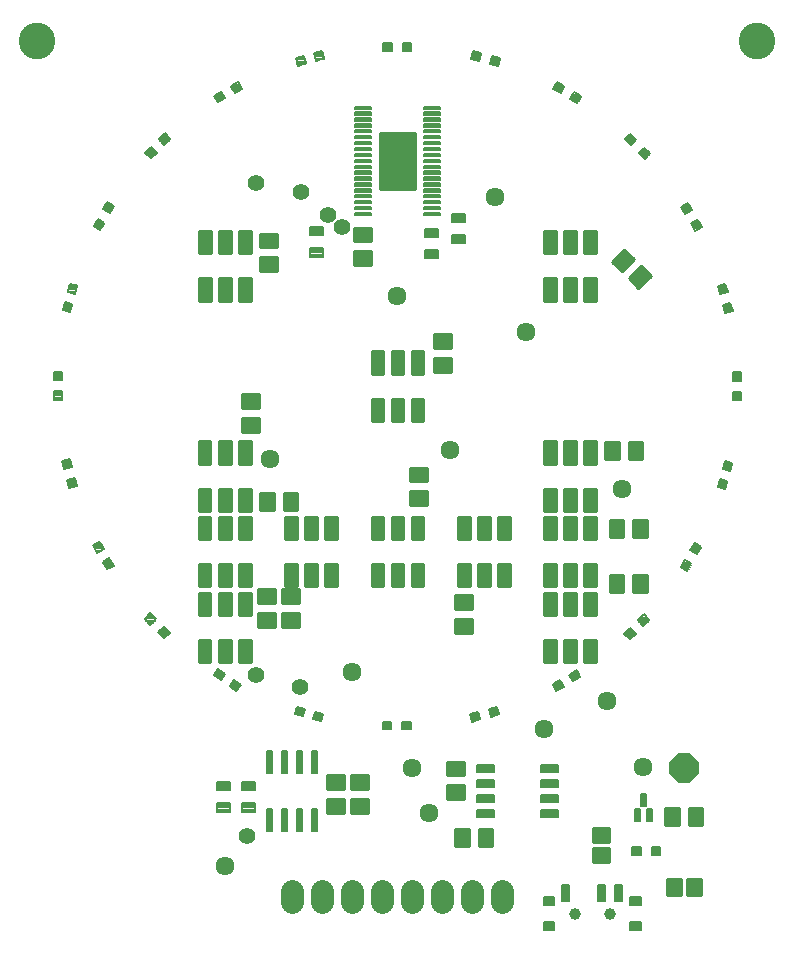
<source format=gbr>
G04 EAGLE Gerber RS-274X export*
G75*
%MOMM*%
%FSLAX34Y34*%
%LPD*%
%INSoldermask Top*%
%IPPOS*%
%AMOC8*
5,1,8,0,0,1.08239X$1,22.5*%
G01*
%ADD10C,3.101600*%
%ADD11C,0.238272*%
%ADD12C,0.171600*%
%ADD13C,0.154350*%
%ADD14C,0.416206*%
%ADD15C,0.148716*%
%ADD16C,1.981200*%
%ADD17C,0.181500*%
%ADD18C,0.177100*%
%ADD19C,0.990000*%
%ADD20C,0.184800*%
%ADD21C,0.153669*%
%ADD22C,0.216288*%
%ADD23P,2.707707X8X112.500000*%
%ADD24C,1.609600*%
%ADD25C,1.409600*%


D10*
X38100Y762000D03*
X647700Y762000D03*
D11*
X283513Y140277D02*
X283513Y128643D01*
X283513Y140277D02*
X298147Y140277D01*
X298147Y128643D01*
X283513Y128643D01*
X283513Y130907D02*
X298147Y130907D01*
X298147Y133171D02*
X283513Y133171D01*
X283513Y135435D02*
X298147Y135435D01*
X298147Y137699D02*
X283513Y137699D01*
X283513Y139963D02*
X298147Y139963D01*
X283513Y120277D02*
X283513Y108643D01*
X283513Y120277D02*
X298147Y120277D01*
X298147Y108643D01*
X283513Y108643D01*
X283513Y110907D02*
X298147Y110907D01*
X298147Y113171D02*
X283513Y113171D01*
X283513Y115435D02*
X298147Y115435D01*
X298147Y117699D02*
X283513Y117699D01*
X283513Y119963D02*
X298147Y119963D01*
X391463Y281043D02*
X391463Y292677D01*
X406097Y292677D01*
X406097Y281043D01*
X391463Y281043D01*
X391463Y283307D02*
X406097Y283307D01*
X406097Y285571D02*
X391463Y285571D01*
X391463Y287835D02*
X406097Y287835D01*
X406097Y290099D02*
X391463Y290099D01*
X391463Y292363D02*
X406097Y292363D01*
X391463Y272677D02*
X391463Y261043D01*
X391463Y272677D02*
X406097Y272677D01*
X406097Y261043D01*
X391463Y261043D01*
X391463Y263307D02*
X406097Y263307D01*
X406097Y265571D02*
X391463Y265571D01*
X391463Y267835D02*
X406097Y267835D01*
X406097Y270099D02*
X391463Y270099D01*
X391463Y272363D02*
X406097Y272363D01*
X367997Y368993D02*
X367997Y380627D01*
X367997Y368993D02*
X353363Y368993D01*
X353363Y380627D01*
X367997Y380627D01*
X367997Y371257D02*
X353363Y371257D01*
X353363Y373521D02*
X367997Y373521D01*
X367997Y375785D02*
X353363Y375785D01*
X353363Y378049D02*
X367997Y378049D01*
X367997Y380313D02*
X353363Y380313D01*
X367997Y388993D02*
X367997Y400627D01*
X367997Y388993D02*
X353363Y388993D01*
X353363Y400627D01*
X367997Y400627D01*
X367997Y391257D02*
X353363Y391257D01*
X353363Y393521D02*
X367997Y393521D01*
X367997Y395785D02*
X353363Y395785D01*
X353363Y398049D02*
X367997Y398049D01*
X367997Y400313D02*
X353363Y400313D01*
X388317Y482023D02*
X388317Y493657D01*
X388317Y482023D02*
X373683Y482023D01*
X373683Y493657D01*
X388317Y493657D01*
X388317Y484287D02*
X373683Y484287D01*
X373683Y486551D02*
X388317Y486551D01*
X388317Y488815D02*
X373683Y488815D01*
X373683Y491079D02*
X388317Y491079D01*
X388317Y493343D02*
X373683Y493343D01*
X388317Y502023D02*
X388317Y513657D01*
X388317Y502023D02*
X373683Y502023D01*
X373683Y513657D01*
X388317Y513657D01*
X388317Y504287D02*
X373683Y504287D01*
X373683Y506551D02*
X388317Y506551D01*
X388317Y508815D02*
X373683Y508815D01*
X373683Y511079D02*
X388317Y511079D01*
X388317Y513343D02*
X373683Y513343D01*
X238387Y364793D02*
X226753Y364793D01*
X226753Y379427D01*
X238387Y379427D01*
X238387Y364793D01*
X238387Y367057D02*
X226753Y367057D01*
X226753Y369321D02*
X238387Y369321D01*
X238387Y371585D02*
X226753Y371585D01*
X226753Y373849D02*
X238387Y373849D01*
X238387Y376113D02*
X226753Y376113D01*
X226753Y378377D02*
X238387Y378377D01*
X246753Y364793D02*
X258387Y364793D01*
X246753Y364793D02*
X246753Y379427D01*
X258387Y379427D01*
X258387Y364793D01*
X258387Y367057D02*
X246753Y367057D01*
X246753Y369321D02*
X258387Y369321D01*
X258387Y371585D02*
X246753Y371585D01*
X246753Y373849D02*
X258387Y373849D01*
X258387Y376113D02*
X246753Y376113D01*
X246753Y378377D02*
X258387Y378377D01*
X303833Y140277D02*
X303833Y128643D01*
X303833Y140277D02*
X318467Y140277D01*
X318467Y128643D01*
X303833Y128643D01*
X303833Y130907D02*
X318467Y130907D01*
X318467Y133171D02*
X303833Y133171D01*
X303833Y135435D02*
X318467Y135435D01*
X318467Y137699D02*
X303833Y137699D01*
X303833Y139963D02*
X318467Y139963D01*
X303833Y120277D02*
X303833Y108643D01*
X303833Y120277D02*
X318467Y120277D01*
X318467Y108643D01*
X303833Y108643D01*
X303833Y110907D02*
X318467Y110907D01*
X318467Y113171D02*
X303833Y113171D01*
X303833Y115435D02*
X318467Y115435D01*
X318467Y117699D02*
X303833Y117699D01*
X303833Y119963D02*
X318467Y119963D01*
X306373Y592193D02*
X306373Y603827D01*
X321007Y603827D01*
X321007Y592193D01*
X306373Y592193D01*
X306373Y594457D02*
X321007Y594457D01*
X321007Y596721D02*
X306373Y596721D01*
X306373Y598985D02*
X321007Y598985D01*
X321007Y601249D02*
X306373Y601249D01*
X306373Y603513D02*
X321007Y603513D01*
X306373Y583827D02*
X306373Y572193D01*
X306373Y583827D02*
X321007Y583827D01*
X321007Y572193D01*
X306373Y572193D01*
X306373Y574457D02*
X321007Y574457D01*
X321007Y576721D02*
X306373Y576721D01*
X306373Y578985D02*
X321007Y578985D01*
X321007Y581249D02*
X306373Y581249D01*
X306373Y583513D02*
X321007Y583513D01*
X385113Y151707D02*
X385113Y140073D01*
X385113Y151707D02*
X399747Y151707D01*
X399747Y140073D01*
X385113Y140073D01*
X385113Y142337D02*
X399747Y142337D01*
X399747Y144601D02*
X385113Y144601D01*
X385113Y146865D02*
X399747Y146865D01*
X399747Y149129D02*
X385113Y149129D01*
X385113Y151393D02*
X399747Y151393D01*
X385113Y131707D02*
X385113Y120073D01*
X385113Y131707D02*
X399747Y131707D01*
X399747Y120073D01*
X385113Y120073D01*
X385113Y122337D02*
X399747Y122337D01*
X399747Y124601D02*
X385113Y124601D01*
X385113Y126865D02*
X399747Y126865D01*
X399747Y129129D02*
X385113Y129129D01*
X385113Y131393D02*
X399747Y131393D01*
X411853Y94947D02*
X423487Y94947D01*
X423487Y80313D01*
X411853Y80313D01*
X411853Y94947D01*
X411853Y82577D02*
X423487Y82577D01*
X423487Y84841D02*
X411853Y84841D01*
X411853Y87105D02*
X423487Y87105D01*
X423487Y89369D02*
X411853Y89369D01*
X411853Y91633D02*
X423487Y91633D01*
X423487Y93897D02*
X411853Y93897D01*
X403487Y94947D02*
X391853Y94947D01*
X403487Y94947D02*
X403487Y80313D01*
X391853Y80313D01*
X391853Y94947D01*
X391853Y82577D02*
X403487Y82577D01*
X403487Y84841D02*
X391853Y84841D01*
X391853Y87105D02*
X403487Y87105D01*
X403487Y89369D02*
X391853Y89369D01*
X391853Y91633D02*
X403487Y91633D01*
X403487Y93897D02*
X391853Y93897D01*
X522663Y294943D02*
X534297Y294943D01*
X522663Y294943D02*
X522663Y309577D01*
X534297Y309577D01*
X534297Y294943D01*
X534297Y297207D02*
X522663Y297207D01*
X522663Y299471D02*
X534297Y299471D01*
X534297Y301735D02*
X522663Y301735D01*
X522663Y303999D02*
X534297Y303999D01*
X534297Y306263D02*
X522663Y306263D01*
X522663Y308527D02*
X534297Y308527D01*
X542663Y294943D02*
X554297Y294943D01*
X542663Y294943D02*
X542663Y309577D01*
X554297Y309577D01*
X554297Y294943D01*
X554297Y297207D02*
X542663Y297207D01*
X542663Y299471D02*
X554297Y299471D01*
X554297Y301735D02*
X542663Y301735D01*
X542663Y303999D02*
X554297Y303999D01*
X554297Y306263D02*
X542663Y306263D01*
X542663Y308527D02*
X554297Y308527D01*
X534297Y341933D02*
X522663Y341933D01*
X522663Y356567D01*
X534297Y356567D01*
X534297Y341933D01*
X534297Y344197D02*
X522663Y344197D01*
X522663Y346461D02*
X534297Y346461D01*
X534297Y348725D02*
X522663Y348725D01*
X522663Y350989D02*
X534297Y350989D01*
X534297Y353253D02*
X522663Y353253D01*
X522663Y355517D02*
X534297Y355517D01*
X542663Y341933D02*
X554297Y341933D01*
X542663Y341933D02*
X542663Y356567D01*
X554297Y356567D01*
X554297Y341933D01*
X554297Y344197D02*
X542663Y344197D01*
X542663Y346461D02*
X554297Y346461D01*
X554297Y348725D02*
X542663Y348725D01*
X542663Y350989D02*
X554297Y350989D01*
X554297Y353253D02*
X542663Y353253D01*
X542663Y355517D02*
X554297Y355517D01*
X530487Y407973D02*
X518853Y407973D01*
X518853Y422607D01*
X530487Y422607D01*
X530487Y407973D01*
X530487Y410237D02*
X518853Y410237D01*
X518853Y412501D02*
X530487Y412501D01*
X530487Y414765D02*
X518853Y414765D01*
X518853Y417029D02*
X530487Y417029D01*
X530487Y419293D02*
X518853Y419293D01*
X518853Y421557D02*
X530487Y421557D01*
X538853Y407973D02*
X550487Y407973D01*
X538853Y407973D02*
X538853Y422607D01*
X550487Y422607D01*
X550487Y407973D01*
X550487Y410237D02*
X538853Y410237D01*
X538853Y412501D02*
X550487Y412501D01*
X550487Y414765D02*
X538853Y414765D01*
X538853Y417029D02*
X550487Y417029D01*
X550487Y419293D02*
X538853Y419293D01*
X538853Y421557D02*
X550487Y421557D01*
X532889Y566744D02*
X524662Y574971D01*
X535009Y585318D01*
X543236Y577091D01*
X532889Y566744D01*
X535153Y569008D02*
X530625Y569008D01*
X528361Y571272D02*
X537417Y571272D01*
X539681Y573536D02*
X526097Y573536D01*
X525491Y575800D02*
X541945Y575800D01*
X542263Y578064D02*
X527755Y578064D01*
X530019Y580328D02*
X539999Y580328D01*
X537735Y582592D02*
X532283Y582592D01*
X534547Y584856D02*
X535471Y584856D01*
X538804Y560829D02*
X547031Y552602D01*
X538804Y560829D02*
X549151Y571176D01*
X557378Y562949D01*
X547031Y552602D01*
X549295Y554866D02*
X544767Y554866D01*
X542503Y557130D02*
X551559Y557130D01*
X553823Y559394D02*
X540239Y559394D01*
X539633Y561658D02*
X556087Y561658D01*
X556405Y563922D02*
X541897Y563922D01*
X544161Y566186D02*
X554141Y566186D01*
X551877Y568450D02*
X546425Y568450D01*
X548689Y570714D02*
X549613Y570714D01*
D12*
X424472Y143333D02*
X410288Y143333D01*
X410288Y148767D01*
X424472Y148767D01*
X424472Y143333D01*
X424472Y144963D02*
X410288Y144963D01*
X410288Y146593D02*
X424472Y146593D01*
X424472Y148223D02*
X410288Y148223D01*
X410288Y130633D02*
X424472Y130633D01*
X410288Y130633D02*
X410288Y136067D01*
X424472Y136067D01*
X424472Y130633D01*
X424472Y132263D02*
X410288Y132263D01*
X410288Y133893D02*
X424472Y133893D01*
X424472Y135523D02*
X410288Y135523D01*
X410288Y117933D02*
X424472Y117933D01*
X410288Y117933D02*
X410288Y123367D01*
X424472Y123367D01*
X424472Y117933D01*
X424472Y119563D02*
X410288Y119563D01*
X410288Y121193D02*
X424472Y121193D01*
X424472Y122823D02*
X410288Y122823D01*
X410288Y105233D02*
X424472Y105233D01*
X410288Y105233D02*
X410288Y110667D01*
X424472Y110667D01*
X424472Y105233D01*
X424472Y106863D02*
X410288Y106863D01*
X410288Y108493D02*
X424472Y108493D01*
X424472Y110123D02*
X410288Y110123D01*
X464528Y105233D02*
X478712Y105233D01*
X464528Y105233D02*
X464528Y110667D01*
X478712Y110667D01*
X478712Y105233D01*
X478712Y106863D02*
X464528Y106863D01*
X464528Y108493D02*
X478712Y108493D01*
X478712Y110123D02*
X464528Y110123D01*
X464528Y117933D02*
X478712Y117933D01*
X464528Y117933D02*
X464528Y123367D01*
X478712Y123367D01*
X478712Y117933D01*
X478712Y119563D02*
X464528Y119563D01*
X464528Y121193D02*
X478712Y121193D01*
X478712Y122823D02*
X464528Y122823D01*
X464528Y130633D02*
X478712Y130633D01*
X464528Y130633D02*
X464528Y136067D01*
X478712Y136067D01*
X478712Y130633D01*
X478712Y132263D02*
X464528Y132263D01*
X464528Y133893D02*
X478712Y133893D01*
X478712Y135523D02*
X464528Y135523D01*
X464528Y143333D02*
X478712Y143333D01*
X464528Y143333D02*
X464528Y148767D01*
X478712Y148767D01*
X478712Y143333D01*
X478712Y144963D02*
X464528Y144963D01*
X464528Y146593D02*
X478712Y146593D01*
X478712Y148223D02*
X464528Y148223D01*
D13*
X379132Y616382D02*
X365668Y616382D01*
X379132Y616382D02*
X379132Y614418D01*
X365668Y614418D01*
X365668Y616382D01*
X365668Y615885D02*
X379132Y615885D01*
X379132Y621382D02*
X365668Y621382D01*
X379132Y621382D02*
X379132Y619418D01*
X365668Y619418D01*
X365668Y621382D01*
X365668Y620885D02*
X379132Y620885D01*
X379132Y626382D02*
X365668Y626382D01*
X379132Y626382D02*
X379132Y624418D01*
X365668Y624418D01*
X365668Y626382D01*
X365668Y625885D02*
X379132Y625885D01*
X379132Y631382D02*
X365668Y631382D01*
X379132Y631382D02*
X379132Y629418D01*
X365668Y629418D01*
X365668Y631382D01*
X365668Y630885D02*
X379132Y630885D01*
X379132Y636382D02*
X365668Y636382D01*
X379132Y636382D02*
X379132Y634418D01*
X365668Y634418D01*
X365668Y636382D01*
X365668Y635885D02*
X379132Y635885D01*
X379132Y641382D02*
X365668Y641382D01*
X379132Y641382D02*
X379132Y639418D01*
X365668Y639418D01*
X365668Y641382D01*
X365668Y640885D02*
X379132Y640885D01*
X379132Y646382D02*
X365668Y646382D01*
X379132Y646382D02*
X379132Y644418D01*
X365668Y644418D01*
X365668Y646382D01*
X365668Y645885D02*
X379132Y645885D01*
X379132Y651382D02*
X365668Y651382D01*
X379132Y651382D02*
X379132Y649418D01*
X365668Y649418D01*
X365668Y651382D01*
X365668Y650885D02*
X379132Y650885D01*
X379132Y656382D02*
X365668Y656382D01*
X379132Y656382D02*
X379132Y654418D01*
X365668Y654418D01*
X365668Y656382D01*
X365668Y655885D02*
X379132Y655885D01*
X379132Y661382D02*
X365668Y661382D01*
X379132Y661382D02*
X379132Y659418D01*
X365668Y659418D01*
X365668Y661382D01*
X365668Y660885D02*
X379132Y660885D01*
X379132Y666382D02*
X365668Y666382D01*
X379132Y666382D02*
X379132Y664418D01*
X365668Y664418D01*
X365668Y666382D01*
X365668Y665885D02*
X379132Y665885D01*
X379132Y671382D02*
X365668Y671382D01*
X379132Y671382D02*
X379132Y669418D01*
X365668Y669418D01*
X365668Y671382D01*
X365668Y670885D02*
X379132Y670885D01*
X379132Y676382D02*
X365668Y676382D01*
X379132Y676382D02*
X379132Y674418D01*
X365668Y674418D01*
X365668Y676382D01*
X365668Y675885D02*
X379132Y675885D01*
X379132Y681382D02*
X365668Y681382D01*
X379132Y681382D02*
X379132Y679418D01*
X365668Y679418D01*
X365668Y681382D01*
X365668Y680885D02*
X379132Y680885D01*
X379132Y686382D02*
X365668Y686382D01*
X379132Y686382D02*
X379132Y684418D01*
X365668Y684418D01*
X365668Y686382D01*
X365668Y685885D02*
X379132Y685885D01*
X379132Y691382D02*
X365668Y691382D01*
X379132Y691382D02*
X379132Y689418D01*
X365668Y689418D01*
X365668Y691382D01*
X365668Y690885D02*
X379132Y690885D01*
X379132Y696382D02*
X365668Y696382D01*
X379132Y696382D02*
X379132Y694418D01*
X365668Y694418D01*
X365668Y696382D01*
X365668Y695885D02*
X379132Y695885D01*
X379132Y701382D02*
X365668Y701382D01*
X379132Y701382D02*
X379132Y699418D01*
X365668Y699418D01*
X365668Y701382D01*
X365668Y700885D02*
X379132Y700885D01*
X379132Y706382D02*
X365668Y706382D01*
X379132Y706382D02*
X379132Y704418D01*
X365668Y704418D01*
X365668Y706382D01*
X365668Y705885D02*
X379132Y705885D01*
X320632Y706382D02*
X307168Y706382D01*
X320632Y706382D02*
X320632Y704418D01*
X307168Y704418D01*
X307168Y706382D01*
X307168Y705885D02*
X320632Y705885D01*
X320632Y701382D02*
X307168Y701382D01*
X320632Y701382D02*
X320632Y699418D01*
X307168Y699418D01*
X307168Y701382D01*
X307168Y700885D02*
X320632Y700885D01*
X320632Y696382D02*
X307168Y696382D01*
X320632Y696382D02*
X320632Y694418D01*
X307168Y694418D01*
X307168Y696382D01*
X307168Y695885D02*
X320632Y695885D01*
X320632Y691382D02*
X307168Y691382D01*
X320632Y691382D02*
X320632Y689418D01*
X307168Y689418D01*
X307168Y691382D01*
X307168Y690885D02*
X320632Y690885D01*
X320632Y686382D02*
X307168Y686382D01*
X320632Y686382D02*
X320632Y684418D01*
X307168Y684418D01*
X307168Y686382D01*
X307168Y685885D02*
X320632Y685885D01*
X320632Y681382D02*
X307168Y681382D01*
X320632Y681382D02*
X320632Y679418D01*
X307168Y679418D01*
X307168Y681382D01*
X307168Y680885D02*
X320632Y680885D01*
X320632Y676382D02*
X307168Y676382D01*
X320632Y676382D02*
X320632Y674418D01*
X307168Y674418D01*
X307168Y676382D01*
X307168Y675885D02*
X320632Y675885D01*
X320632Y671382D02*
X307168Y671382D01*
X320632Y671382D02*
X320632Y669418D01*
X307168Y669418D01*
X307168Y671382D01*
X307168Y670885D02*
X320632Y670885D01*
X320632Y666382D02*
X307168Y666382D01*
X320632Y666382D02*
X320632Y664418D01*
X307168Y664418D01*
X307168Y666382D01*
X307168Y665885D02*
X320632Y665885D01*
X320632Y661382D02*
X307168Y661382D01*
X320632Y661382D02*
X320632Y659418D01*
X307168Y659418D01*
X307168Y661382D01*
X307168Y660885D02*
X320632Y660885D01*
X320632Y656382D02*
X307168Y656382D01*
X320632Y656382D02*
X320632Y654418D01*
X307168Y654418D01*
X307168Y656382D01*
X307168Y655885D02*
X320632Y655885D01*
X320632Y651382D02*
X307168Y651382D01*
X320632Y651382D02*
X320632Y649418D01*
X307168Y649418D01*
X307168Y651382D01*
X307168Y650885D02*
X320632Y650885D01*
X320632Y646382D02*
X307168Y646382D01*
X320632Y646382D02*
X320632Y644418D01*
X307168Y644418D01*
X307168Y646382D01*
X307168Y645885D02*
X320632Y645885D01*
X320632Y641382D02*
X307168Y641382D01*
X320632Y641382D02*
X320632Y639418D01*
X307168Y639418D01*
X307168Y641382D01*
X307168Y640885D02*
X320632Y640885D01*
X320632Y636382D02*
X307168Y636382D01*
X320632Y636382D02*
X320632Y634418D01*
X307168Y634418D01*
X307168Y636382D01*
X307168Y635885D02*
X320632Y635885D01*
X320632Y631382D02*
X307168Y631382D01*
X320632Y631382D02*
X320632Y629418D01*
X307168Y629418D01*
X307168Y631382D01*
X307168Y630885D02*
X320632Y630885D01*
X320632Y626382D02*
X307168Y626382D01*
X320632Y626382D02*
X320632Y624418D01*
X307168Y624418D01*
X307168Y626382D01*
X307168Y625885D02*
X320632Y625885D01*
X320632Y621382D02*
X307168Y621382D01*
X320632Y621382D02*
X320632Y619418D01*
X307168Y619418D01*
X307168Y621382D01*
X307168Y620885D02*
X320632Y620885D01*
X320632Y616382D02*
X307168Y616382D01*
X320632Y616382D02*
X320632Y614418D01*
X307168Y614418D01*
X307168Y616382D01*
X307168Y615885D02*
X320632Y615885D01*
D14*
X329223Y637473D02*
X329223Y683327D01*
X357077Y683327D01*
X357077Y637473D01*
X329223Y637473D01*
X329223Y641427D02*
X357077Y641427D01*
X357077Y645381D02*
X329223Y645381D01*
X329223Y649335D02*
X357077Y649335D01*
X357077Y653289D02*
X329223Y653289D01*
X329223Y657243D02*
X357077Y657243D01*
X357077Y661197D02*
X329223Y661197D01*
X329223Y665151D02*
X357077Y665151D01*
X357077Y669105D02*
X329223Y669105D01*
X329223Y673059D02*
X357077Y673059D01*
X357077Y677013D02*
X329223Y677013D01*
X329223Y680967D02*
X357077Y680967D01*
D15*
X548191Y111541D02*
X548191Y101519D01*
X544169Y101519D01*
X544169Y111541D01*
X548191Y111541D01*
X548191Y102932D02*
X544169Y102932D01*
X544169Y104345D02*
X548191Y104345D01*
X548191Y105758D02*
X544169Y105758D01*
X544169Y107171D02*
X548191Y107171D01*
X548191Y108584D02*
X544169Y108584D01*
X544169Y109997D02*
X548191Y109997D01*
X548191Y111410D02*
X544169Y111410D01*
X558191Y111541D02*
X558191Y101519D01*
X554169Y101519D01*
X554169Y111541D01*
X558191Y111541D01*
X558191Y102932D02*
X554169Y102932D01*
X554169Y104345D02*
X558191Y104345D01*
X558191Y105758D02*
X554169Y105758D01*
X554169Y107171D02*
X558191Y107171D01*
X558191Y108584D02*
X554169Y108584D01*
X554169Y109997D02*
X558191Y109997D01*
X558191Y111410D02*
X554169Y111410D01*
X553191Y114519D02*
X553191Y124541D01*
X553191Y114519D02*
X549169Y114519D01*
X549169Y124541D01*
X553191Y124541D01*
X553191Y115932D02*
X549169Y115932D01*
X549169Y117345D02*
X553191Y117345D01*
X553191Y118758D02*
X549169Y118758D01*
X549169Y120171D02*
X553191Y120171D01*
X553191Y121584D02*
X549169Y121584D01*
X549169Y122997D02*
X553191Y122997D01*
X553191Y124410D02*
X549169Y124410D01*
D16*
X254000Y42199D02*
X254000Y32801D01*
X279400Y32801D02*
X279400Y42199D01*
X304800Y42199D02*
X304800Y32801D01*
X330200Y32801D02*
X330200Y42199D01*
X355600Y42199D02*
X355600Y32801D01*
X381000Y32801D02*
X381000Y42199D01*
X406400Y42199D02*
X406400Y32801D01*
X431800Y32801D02*
X431800Y42199D01*
D17*
X420514Y196141D02*
X427308Y197961D01*
X428974Y191745D01*
X422180Y189925D01*
X420514Y196141D01*
X421718Y191649D02*
X428616Y191649D01*
X428538Y193373D02*
X421256Y193373D01*
X420794Y195097D02*
X428076Y195097D01*
X427614Y196821D02*
X423052Y196821D01*
X411464Y193715D02*
X404670Y191895D01*
X411464Y193715D02*
X413130Y187499D01*
X406336Y185679D01*
X404670Y191895D01*
X405874Y187403D02*
X412772Y187403D01*
X412694Y189127D02*
X405412Y189127D01*
X404950Y190851D02*
X412232Y190851D01*
X411770Y192575D02*
X407208Y192575D01*
X481284Y717856D02*
X475194Y721373D01*
X478412Y726946D01*
X484502Y723429D01*
X481284Y717856D01*
X482279Y719580D02*
X478299Y719580D01*
X475313Y721304D02*
X483275Y721304D01*
X484270Y723028D02*
X476150Y723028D01*
X477145Y724752D02*
X482211Y724752D01*
X479226Y726476D02*
X478141Y726476D01*
X489398Y713172D02*
X495488Y709655D01*
X489398Y713172D02*
X492616Y718745D01*
X498706Y715228D01*
X495488Y709655D01*
X496483Y711379D02*
X492503Y711379D01*
X489517Y713103D02*
X497479Y713103D01*
X498474Y714827D02*
X490354Y714827D01*
X491349Y716551D02*
X496415Y716551D01*
X493430Y718275D02*
X492345Y718275D01*
X412342Y745105D02*
X405548Y746925D01*
X407214Y753141D01*
X414008Y751321D01*
X412342Y745105D01*
X412804Y746829D02*
X405906Y746829D01*
X405984Y748553D02*
X413266Y748553D01*
X413728Y750277D02*
X406446Y750277D01*
X406908Y752001D02*
X411470Y752001D01*
X421392Y742679D02*
X428186Y740859D01*
X421392Y742679D02*
X423058Y748895D01*
X429852Y747075D01*
X428186Y740859D01*
X428648Y742583D02*
X421750Y742583D01*
X421828Y744307D02*
X429110Y744307D01*
X429572Y746031D02*
X422290Y746031D01*
X422752Y747755D02*
X427314Y747755D01*
X354518Y760138D02*
X347484Y760138D01*
X354518Y760138D02*
X354518Y753702D01*
X347484Y753702D01*
X347484Y760138D01*
X347484Y755426D02*
X354518Y755426D01*
X354518Y757150D02*
X347484Y757150D01*
X347484Y758874D02*
X354518Y758874D01*
X338116Y760138D02*
X331082Y760138D01*
X338116Y760138D02*
X338116Y753702D01*
X331082Y753702D01*
X331082Y760138D01*
X331082Y755426D02*
X338116Y755426D01*
X338116Y757150D02*
X331082Y757150D01*
X331082Y758874D02*
X338116Y758874D01*
X279522Y753339D02*
X272728Y751519D01*
X279522Y753339D02*
X281188Y747123D01*
X274394Y745303D01*
X272728Y751519D01*
X273932Y747027D02*
X280830Y747027D01*
X280752Y748751D02*
X273470Y748751D01*
X273008Y750475D02*
X280290Y750475D01*
X279828Y752199D02*
X275266Y752199D01*
X263678Y749093D02*
X256884Y747273D01*
X263678Y749093D02*
X265344Y742877D01*
X258550Y741057D01*
X256884Y747273D01*
X258088Y742781D02*
X264986Y742781D01*
X264908Y744505D02*
X257626Y744505D01*
X257164Y746229D02*
X264446Y746229D01*
X263984Y747953D02*
X259422Y747953D01*
X208277Y727221D02*
X202187Y723704D01*
X208277Y727221D02*
X211495Y721648D01*
X205405Y718131D01*
X202187Y723704D01*
X204410Y719855D02*
X208390Y719855D01*
X211376Y721579D02*
X203414Y721579D01*
X202419Y723303D02*
X210539Y723303D01*
X209544Y725027D02*
X204478Y725027D01*
X207463Y726751D02*
X208548Y726751D01*
X194073Y719020D02*
X187983Y715503D01*
X194073Y719020D02*
X197291Y713447D01*
X191201Y709930D01*
X187983Y715503D01*
X190206Y711654D02*
X194186Y711654D01*
X197172Y713378D02*
X189210Y713378D01*
X188215Y715102D02*
X196335Y715102D01*
X195340Y716826D02*
X190274Y716826D01*
X193259Y718550D02*
X194344Y718550D01*
X146216Y683561D02*
X141243Y678588D01*
X146216Y683561D02*
X150767Y679010D01*
X145794Y674037D01*
X141243Y678588D01*
X144070Y675761D02*
X147518Y675761D01*
X149242Y677485D02*
X142346Y677485D01*
X141864Y679209D02*
X150568Y679209D01*
X148844Y680933D02*
X143588Y680933D01*
X145312Y682657D02*
X147120Y682657D01*
X134618Y671963D02*
X129645Y666990D01*
X134618Y671963D02*
X139169Y667412D01*
X134196Y662439D01*
X129645Y666990D01*
X132472Y664163D02*
X135920Y664163D01*
X137644Y665887D02*
X130748Y665887D01*
X130266Y667611D02*
X138970Y667611D01*
X137246Y669335D02*
X131990Y669335D01*
X133714Y671059D02*
X135522Y671059D01*
X97561Y625331D02*
X94044Y619241D01*
X97561Y625331D02*
X103134Y622113D01*
X99617Y616023D01*
X94044Y619241D01*
X96631Y617747D02*
X100613Y617747D01*
X101608Y619471D02*
X94177Y619471D01*
X95172Y621195D02*
X102604Y621195D01*
X101738Y622919D02*
X96168Y622919D01*
X97164Y624643D02*
X98752Y624643D01*
X89360Y611127D02*
X85843Y605037D01*
X89360Y611127D02*
X94933Y607909D01*
X91416Y601819D01*
X85843Y605037D01*
X88430Y603543D02*
X92412Y603543D01*
X93407Y605267D02*
X85976Y605267D01*
X86971Y606991D02*
X94403Y606991D01*
X93537Y608715D02*
X87967Y608715D01*
X88963Y610439D02*
X90551Y610439D01*
X65625Y556492D02*
X63805Y549698D01*
X65625Y556492D02*
X71841Y554826D01*
X70021Y548032D01*
X63805Y549698D01*
X63821Y549756D02*
X70483Y549756D01*
X70945Y551480D02*
X64282Y551480D01*
X64744Y553204D02*
X71406Y553204D01*
X71460Y554928D02*
X65206Y554928D01*
X61379Y540648D02*
X59559Y533854D01*
X61379Y540648D02*
X67595Y538982D01*
X65775Y532188D01*
X59559Y533854D01*
X59575Y533912D02*
X66237Y533912D01*
X66699Y535636D02*
X60036Y535636D01*
X60498Y537360D02*
X67160Y537360D01*
X67214Y539084D02*
X60960Y539084D01*
X52582Y481738D02*
X52582Y474704D01*
X52582Y481738D02*
X59018Y481738D01*
X59018Y474704D01*
X52582Y474704D01*
X52582Y476428D02*
X59018Y476428D01*
X59018Y478152D02*
X52582Y478152D01*
X52582Y479876D02*
X59018Y479876D01*
X59018Y481600D02*
X52582Y481600D01*
X52582Y465336D02*
X52582Y458302D01*
X52582Y465336D02*
X59018Y465336D01*
X59018Y458302D01*
X52582Y458302D01*
X52582Y460026D02*
X59018Y460026D01*
X59018Y461750D02*
X52582Y461750D01*
X52582Y463474D02*
X59018Y463474D01*
X59018Y465198D02*
X52582Y465198D01*
X59323Y406163D02*
X61143Y399369D01*
X59323Y406163D02*
X65539Y407829D01*
X67359Y401035D01*
X61143Y399369D01*
X60681Y401093D02*
X67343Y401093D01*
X66882Y402817D02*
X60219Y402817D01*
X59758Y404541D02*
X66420Y404541D01*
X65958Y406265D02*
X59704Y406265D01*
X63568Y390319D02*
X65388Y383525D01*
X63568Y390319D02*
X69784Y391985D01*
X71604Y385191D01*
X65388Y383525D01*
X64926Y385249D02*
X71588Y385249D01*
X71127Y386973D02*
X64464Y386973D01*
X64003Y388697D02*
X70665Y388697D01*
X70203Y390421D02*
X63949Y390421D01*
X488608Y225466D02*
X494698Y228983D01*
X497916Y223410D01*
X491826Y219893D01*
X488608Y225466D01*
X490831Y221617D02*
X494811Y221617D01*
X497797Y223341D02*
X489835Y223341D01*
X488840Y225065D02*
X496960Y225065D01*
X495965Y226789D02*
X490899Y226789D01*
X493884Y228513D02*
X494969Y228513D01*
X480494Y220782D02*
X474404Y217265D01*
X480494Y220782D02*
X483712Y215209D01*
X477622Y211692D01*
X474404Y217265D01*
X476627Y213416D02*
X480607Y213416D01*
X483593Y215140D02*
X475631Y215140D01*
X474636Y216864D02*
X482756Y216864D01*
X481761Y218588D02*
X476695Y218588D01*
X479680Y220312D02*
X480765Y220312D01*
X88903Y328748D02*
X85386Y334838D01*
X90959Y338056D01*
X94476Y331966D01*
X88903Y328748D01*
X87907Y330472D02*
X91889Y330472D01*
X94343Y332196D02*
X86912Y332196D01*
X85916Y333920D02*
X93348Y333920D01*
X92352Y335644D02*
X86782Y335644D01*
X89768Y337368D02*
X91356Y337368D01*
X93587Y320634D02*
X97104Y314544D01*
X93587Y320634D02*
X99160Y323852D01*
X102677Y317762D01*
X97104Y314544D01*
X96108Y316268D02*
X100090Y316268D01*
X102544Y317992D02*
X95113Y317992D01*
X94117Y319716D02*
X101549Y319716D01*
X100553Y321440D02*
X94983Y321440D01*
X97969Y323164D02*
X99557Y323164D01*
X128998Y272740D02*
X133971Y267767D01*
X128998Y272740D02*
X133549Y277291D01*
X138522Y272318D01*
X133971Y267767D01*
X135695Y269491D02*
X132247Y269491D01*
X130523Y271215D02*
X137419Y271215D01*
X137901Y272939D02*
X129197Y272939D01*
X130921Y274663D02*
X136177Y274663D01*
X134453Y276387D02*
X132645Y276387D01*
X140596Y261142D02*
X145569Y256169D01*
X140596Y261142D02*
X145147Y265693D01*
X150120Y260720D01*
X145569Y256169D01*
X147293Y257893D02*
X143845Y257893D01*
X142121Y259617D02*
X149017Y259617D01*
X149499Y261341D02*
X140795Y261341D01*
X142519Y263065D02*
X147775Y263065D01*
X146051Y264789D02*
X144243Y264789D01*
X204630Y220969D02*
X210391Y216934D01*
X206700Y211663D01*
X200939Y215698D01*
X204630Y220969D01*
X204239Y213387D02*
X207907Y213387D01*
X209114Y215111D02*
X201777Y215111D01*
X201735Y216835D02*
X210322Y216835D01*
X208071Y218559D02*
X202942Y218559D01*
X204150Y220283D02*
X205609Y220283D01*
X196955Y226342D02*
X191194Y230377D01*
X196955Y226342D02*
X193264Y221071D01*
X187503Y225106D01*
X191194Y230377D01*
X190803Y222795D02*
X194471Y222795D01*
X195678Y224519D02*
X188341Y224519D01*
X188299Y226243D02*
X196886Y226243D01*
X194635Y227967D02*
X189506Y227967D01*
X190714Y229691D02*
X192173Y229691D01*
X256001Y192105D02*
X262795Y190285D01*
X256001Y192105D02*
X257667Y198321D01*
X264461Y196501D01*
X262795Y190285D01*
X263257Y192009D02*
X256359Y192009D01*
X256437Y193733D02*
X263719Y193733D01*
X264181Y195457D02*
X256899Y195457D01*
X257361Y197181D02*
X261923Y197181D01*
X271845Y187859D02*
X278639Y186039D01*
X271845Y187859D02*
X273511Y194075D01*
X280305Y192255D01*
X278639Y186039D01*
X279101Y187763D02*
X272203Y187763D01*
X272281Y189487D02*
X279563Y189487D01*
X280025Y191211D02*
X272743Y191211D01*
X273205Y192935D02*
X277767Y192935D01*
X330746Y179002D02*
X337780Y179002D01*
X330746Y179002D02*
X330746Y185438D01*
X337780Y185438D01*
X337780Y179002D01*
X337780Y180726D02*
X330746Y180726D01*
X330746Y182450D02*
X337780Y182450D01*
X337780Y184174D02*
X330746Y184174D01*
X347148Y179002D02*
X354182Y179002D01*
X347148Y179002D02*
X347148Y185438D01*
X354182Y185438D01*
X354182Y179002D01*
X354182Y180726D02*
X347148Y180726D01*
X347148Y182450D02*
X354182Y182450D01*
X354182Y184174D02*
X347148Y184174D01*
X542002Y72982D02*
X549036Y72982D01*
X542002Y72982D02*
X542002Y79418D01*
X549036Y79418D01*
X549036Y72982D01*
X549036Y74706D02*
X542002Y74706D01*
X542002Y76430D02*
X549036Y76430D01*
X549036Y78154D02*
X542002Y78154D01*
X558404Y72982D02*
X565438Y72982D01*
X558404Y72982D02*
X558404Y79418D01*
X565438Y79418D01*
X565438Y72982D01*
X565438Y74706D02*
X558404Y74706D01*
X558404Y76430D02*
X565438Y76430D01*
X565438Y78154D02*
X558404Y78154D01*
X546807Y271388D02*
X551780Y276361D01*
X556331Y271810D01*
X551358Y266837D01*
X546807Y271388D01*
X549634Y268561D02*
X553082Y268561D01*
X554806Y270285D02*
X547910Y270285D01*
X547428Y272009D02*
X556132Y272009D01*
X554408Y273733D02*
X549152Y273733D01*
X550876Y275457D02*
X552684Y275457D01*
X540182Y264763D02*
X535209Y259790D01*
X540182Y264763D02*
X544733Y260212D01*
X539760Y255239D01*
X535209Y259790D01*
X538036Y256963D02*
X541484Y256963D01*
X543208Y258687D02*
X536312Y258687D01*
X535830Y260411D02*
X544534Y260411D01*
X542810Y262135D02*
X537554Y262135D01*
X539278Y263859D02*
X541086Y263859D01*
X591138Y330826D02*
X594655Y336916D01*
X600228Y333698D01*
X596711Y327608D01*
X591138Y330826D01*
X593725Y329332D02*
X597707Y329332D01*
X598702Y331056D02*
X591271Y331056D01*
X592266Y332780D02*
X599698Y332780D01*
X598832Y334504D02*
X593262Y334504D01*
X594258Y336228D02*
X595846Y336228D01*
X586454Y322712D02*
X582937Y316622D01*
X586454Y322712D02*
X592027Y319494D01*
X588510Y313404D01*
X582937Y316622D01*
X585524Y315128D02*
X589506Y315128D01*
X590501Y316852D02*
X583070Y316852D01*
X584065Y318576D02*
X591497Y318576D01*
X590631Y320300D02*
X585061Y320300D01*
X586057Y322024D02*
X587645Y322024D01*
X618585Y399708D02*
X620405Y406502D01*
X626621Y404836D01*
X624801Y398042D01*
X618585Y399708D01*
X618601Y399766D02*
X625263Y399766D01*
X625725Y401490D02*
X619062Y401490D01*
X619524Y403214D02*
X626186Y403214D01*
X626240Y404938D02*
X619986Y404938D01*
X616159Y390658D02*
X614339Y383864D01*
X616159Y390658D02*
X622375Y388992D01*
X620555Y382198D01*
X614339Y383864D01*
X614355Y383922D02*
X621017Y383922D01*
X621479Y385646D02*
X614816Y385646D01*
X615278Y387370D02*
X621940Y387370D01*
X621994Y389094D02*
X615740Y389094D01*
X627282Y474254D02*
X627282Y481288D01*
X633718Y481288D01*
X633718Y474254D01*
X627282Y474254D01*
X627282Y475978D02*
X633718Y475978D01*
X633718Y477702D02*
X627282Y477702D01*
X627282Y479426D02*
X633718Y479426D01*
X633718Y481150D02*
X627282Y481150D01*
X627282Y464886D02*
X627282Y457852D01*
X627282Y464886D02*
X633718Y464886D01*
X633718Y457852D01*
X627282Y457852D01*
X627282Y459576D02*
X633718Y459576D01*
X633718Y461300D02*
X627282Y461300D01*
X627282Y463024D02*
X633718Y463024D01*
X633718Y464748D02*
X627282Y464748D01*
X616379Y547592D02*
X614559Y554386D01*
X620775Y556052D01*
X622595Y549258D01*
X616379Y547592D01*
X615917Y549316D02*
X622579Y549316D01*
X622118Y551040D02*
X615455Y551040D01*
X614994Y552764D02*
X621656Y552764D01*
X621194Y554488D02*
X614940Y554488D01*
X618805Y538542D02*
X620625Y531748D01*
X618805Y538542D02*
X625021Y540208D01*
X626841Y533414D01*
X620625Y531748D01*
X620163Y533472D02*
X626825Y533472D01*
X626364Y535196D02*
X619701Y535196D01*
X619240Y536920D02*
X625902Y536920D01*
X625440Y538644D02*
X619186Y538644D01*
X586912Y615618D02*
X583395Y621708D01*
X588968Y624926D01*
X592485Y618836D01*
X586912Y615618D01*
X585916Y617342D02*
X589898Y617342D01*
X592352Y619066D02*
X584921Y619066D01*
X583925Y620790D02*
X591357Y620790D01*
X590361Y622514D02*
X584791Y622514D01*
X587777Y624238D02*
X589365Y624238D01*
X591596Y607504D02*
X595113Y601414D01*
X591596Y607504D02*
X597169Y610722D01*
X600686Y604632D01*
X595113Y601414D01*
X594117Y603138D02*
X598099Y603138D01*
X600553Y604862D02*
X593122Y604862D01*
X592126Y606586D02*
X599558Y606586D01*
X598562Y608310D02*
X592992Y608310D01*
X595978Y610034D02*
X597566Y610034D01*
X540812Y673707D02*
X535839Y678680D01*
X540390Y683231D01*
X545363Y678258D01*
X540812Y673707D01*
X542536Y675431D02*
X539088Y675431D01*
X537364Y677155D02*
X544260Y677155D01*
X544742Y678879D02*
X536038Y678879D01*
X537762Y680603D02*
X543018Y680603D01*
X541294Y682327D02*
X539486Y682327D01*
X547437Y667082D02*
X552410Y662109D01*
X547437Y667082D02*
X551988Y671633D01*
X556961Y666660D01*
X552410Y662109D01*
X554134Y663833D02*
X550686Y663833D01*
X548962Y665557D02*
X555858Y665557D01*
X556340Y667281D02*
X547636Y667281D01*
X549360Y669005D02*
X554616Y669005D01*
X552892Y670729D02*
X551084Y670729D01*
D11*
X522437Y78597D02*
X522437Y66963D01*
X508803Y66963D01*
X508803Y78597D01*
X522437Y78597D01*
X522437Y69227D02*
X508803Y69227D01*
X508803Y71491D02*
X522437Y71491D01*
X522437Y73755D02*
X508803Y73755D01*
X508803Y76019D02*
X522437Y76019D01*
X522437Y78283D02*
X508803Y78283D01*
X522437Y83963D02*
X522437Y95597D01*
X522437Y83963D02*
X508803Y83963D01*
X508803Y95597D01*
X522437Y95597D01*
X522437Y86227D02*
X508803Y86227D01*
X508803Y88491D02*
X522437Y88491D01*
X522437Y90755D02*
X508803Y90755D01*
X508803Y93019D02*
X522437Y93019D01*
X522437Y95283D02*
X508803Y95283D01*
X571153Y38903D02*
X582787Y38903D01*
X571153Y38903D02*
X571153Y52537D01*
X582787Y52537D01*
X582787Y38903D01*
X582787Y41167D02*
X571153Y41167D01*
X571153Y43431D02*
X582787Y43431D01*
X582787Y45695D02*
X571153Y45695D01*
X571153Y47959D02*
X582787Y47959D01*
X582787Y50223D02*
X571153Y50223D01*
X571153Y52487D02*
X582787Y52487D01*
X588153Y38903D02*
X599787Y38903D01*
X588153Y38903D02*
X588153Y52537D01*
X599787Y52537D01*
X599787Y38903D01*
X599787Y41167D02*
X588153Y41167D01*
X588153Y43431D02*
X599787Y43431D01*
X599787Y45695D02*
X588153Y45695D01*
X588153Y47959D02*
X599787Y47959D01*
X599787Y50223D02*
X588153Y50223D01*
X588153Y52487D02*
X599787Y52487D01*
D18*
X488465Y47465D02*
X488465Y33535D01*
X482535Y33535D01*
X482535Y47465D01*
X488465Y47465D01*
X488465Y35217D02*
X482535Y35217D01*
X482535Y36899D02*
X488465Y36899D01*
X488465Y38581D02*
X482535Y38581D01*
X482535Y40263D02*
X488465Y40263D01*
X488465Y41945D02*
X482535Y41945D01*
X482535Y43627D02*
X488465Y43627D01*
X488465Y45309D02*
X482535Y45309D01*
X482535Y46991D02*
X488465Y46991D01*
X518465Y47465D02*
X518465Y33535D01*
X512535Y33535D01*
X512535Y47465D01*
X518465Y47465D01*
X518465Y35217D02*
X512535Y35217D01*
X512535Y36899D02*
X518465Y36899D01*
X518465Y38581D02*
X512535Y38581D01*
X512535Y40263D02*
X518465Y40263D01*
X518465Y41945D02*
X512535Y41945D01*
X512535Y43627D02*
X518465Y43627D01*
X518465Y45309D02*
X512535Y45309D01*
X512535Y46991D02*
X518465Y46991D01*
X533465Y47465D02*
X533465Y33535D01*
X527535Y33535D01*
X527535Y47465D01*
X533465Y47465D01*
X533465Y35217D02*
X527535Y35217D01*
X527535Y36899D02*
X533465Y36899D01*
X533465Y38581D02*
X527535Y38581D01*
X527535Y40263D02*
X533465Y40263D01*
X533465Y41945D02*
X527535Y41945D01*
X527535Y43627D02*
X533465Y43627D01*
X533465Y45309D02*
X527535Y45309D01*
X527535Y46991D02*
X533465Y46991D01*
D19*
X493000Y23000D03*
X523000Y23000D03*
D20*
X475976Y30024D02*
X467024Y30024D01*
X467024Y36976D01*
X475976Y36976D01*
X475976Y30024D01*
X475976Y31780D02*
X467024Y31780D01*
X467024Y33536D02*
X475976Y33536D01*
X475976Y35292D02*
X467024Y35292D01*
X467024Y9024D02*
X475976Y9024D01*
X467024Y9024D02*
X467024Y15976D01*
X475976Y15976D01*
X475976Y9024D01*
X475976Y10780D02*
X467024Y10780D01*
X467024Y12536D02*
X475976Y12536D01*
X475976Y14292D02*
X467024Y14292D01*
X540024Y9024D02*
X548976Y9024D01*
X540024Y9024D02*
X540024Y15976D01*
X548976Y15976D01*
X548976Y9024D01*
X548976Y10780D02*
X540024Y10780D01*
X540024Y12536D02*
X548976Y12536D01*
X548976Y14292D02*
X540024Y14292D01*
X540024Y30024D02*
X548976Y30024D01*
X540024Y30024D02*
X540024Y36976D01*
X548976Y36976D01*
X548976Y30024D01*
X548976Y31780D02*
X540024Y31780D01*
X540024Y33536D02*
X548976Y33536D01*
X548976Y35292D02*
X540024Y35292D01*
D21*
X270745Y142221D02*
X270745Y161055D01*
X275355Y161055D01*
X275355Y142221D01*
X270745Y142221D01*
X270745Y143681D02*
X275355Y143681D01*
X275355Y145141D02*
X270745Y145141D01*
X270745Y146601D02*
X275355Y146601D01*
X275355Y148061D02*
X270745Y148061D01*
X270745Y149521D02*
X275355Y149521D01*
X275355Y150981D02*
X270745Y150981D01*
X270745Y152441D02*
X275355Y152441D01*
X275355Y153901D02*
X270745Y153901D01*
X270745Y155361D02*
X275355Y155361D01*
X275355Y156821D02*
X270745Y156821D01*
X270745Y158281D02*
X275355Y158281D01*
X275355Y159741D02*
X270745Y159741D01*
X258045Y161055D02*
X258045Y142221D01*
X258045Y161055D02*
X262655Y161055D01*
X262655Y142221D01*
X258045Y142221D01*
X258045Y143681D02*
X262655Y143681D01*
X262655Y145141D02*
X258045Y145141D01*
X258045Y146601D02*
X262655Y146601D01*
X262655Y148061D02*
X258045Y148061D01*
X258045Y149521D02*
X262655Y149521D01*
X262655Y150981D02*
X258045Y150981D01*
X258045Y152441D02*
X262655Y152441D01*
X262655Y153901D02*
X258045Y153901D01*
X258045Y155361D02*
X262655Y155361D01*
X262655Y156821D02*
X258045Y156821D01*
X258045Y158281D02*
X262655Y158281D01*
X262655Y159741D02*
X258045Y159741D01*
X245345Y161055D02*
X245345Y142221D01*
X245345Y161055D02*
X249955Y161055D01*
X249955Y142221D01*
X245345Y142221D01*
X245345Y143681D02*
X249955Y143681D01*
X249955Y145141D02*
X245345Y145141D01*
X245345Y146601D02*
X249955Y146601D01*
X249955Y148061D02*
X245345Y148061D01*
X245345Y149521D02*
X249955Y149521D01*
X249955Y150981D02*
X245345Y150981D01*
X245345Y152441D02*
X249955Y152441D01*
X249955Y153901D02*
X245345Y153901D01*
X245345Y155361D02*
X249955Y155361D01*
X249955Y156821D02*
X245345Y156821D01*
X245345Y158281D02*
X249955Y158281D01*
X249955Y159741D02*
X245345Y159741D01*
X232645Y161055D02*
X232645Y142221D01*
X232645Y161055D02*
X237255Y161055D01*
X237255Y142221D01*
X232645Y142221D01*
X232645Y143681D02*
X237255Y143681D01*
X237255Y145141D02*
X232645Y145141D01*
X232645Y146601D02*
X237255Y146601D01*
X237255Y148061D02*
X232645Y148061D01*
X232645Y149521D02*
X237255Y149521D01*
X237255Y150981D02*
X232645Y150981D01*
X232645Y152441D02*
X237255Y152441D01*
X237255Y153901D02*
X232645Y153901D01*
X232645Y155361D02*
X237255Y155361D01*
X237255Y156821D02*
X232645Y156821D01*
X232645Y158281D02*
X237255Y158281D01*
X237255Y159741D02*
X232645Y159741D01*
X232645Y111779D02*
X232645Y92945D01*
X232645Y111779D02*
X237255Y111779D01*
X237255Y92945D01*
X232645Y92945D01*
X232645Y94405D02*
X237255Y94405D01*
X237255Y95865D02*
X232645Y95865D01*
X232645Y97325D02*
X237255Y97325D01*
X237255Y98785D02*
X232645Y98785D01*
X232645Y100245D02*
X237255Y100245D01*
X237255Y101705D02*
X232645Y101705D01*
X232645Y103165D02*
X237255Y103165D01*
X237255Y104625D02*
X232645Y104625D01*
X232645Y106085D02*
X237255Y106085D01*
X237255Y107545D02*
X232645Y107545D01*
X232645Y109005D02*
X237255Y109005D01*
X237255Y110465D02*
X232645Y110465D01*
X245345Y111779D02*
X245345Y92945D01*
X245345Y111779D02*
X249955Y111779D01*
X249955Y92945D01*
X245345Y92945D01*
X245345Y94405D02*
X249955Y94405D01*
X249955Y95865D02*
X245345Y95865D01*
X245345Y97325D02*
X249955Y97325D01*
X249955Y98785D02*
X245345Y98785D01*
X245345Y100245D02*
X249955Y100245D01*
X249955Y101705D02*
X245345Y101705D01*
X245345Y103165D02*
X249955Y103165D01*
X249955Y104625D02*
X245345Y104625D01*
X245345Y106085D02*
X249955Y106085D01*
X249955Y107545D02*
X245345Y107545D01*
X245345Y109005D02*
X249955Y109005D01*
X249955Y110465D02*
X245345Y110465D01*
X258045Y111779D02*
X258045Y92945D01*
X258045Y111779D02*
X262655Y111779D01*
X262655Y92945D01*
X258045Y92945D01*
X258045Y94405D02*
X262655Y94405D01*
X262655Y95865D02*
X258045Y95865D01*
X258045Y97325D02*
X262655Y97325D01*
X262655Y98785D02*
X258045Y98785D01*
X258045Y100245D02*
X262655Y100245D01*
X262655Y101705D02*
X258045Y101705D01*
X258045Y103165D02*
X262655Y103165D01*
X262655Y104625D02*
X258045Y104625D01*
X258045Y106085D02*
X262655Y106085D01*
X262655Y107545D02*
X258045Y107545D01*
X258045Y109005D02*
X262655Y109005D01*
X262655Y110465D02*
X258045Y110465D01*
X270745Y111779D02*
X270745Y92945D01*
X270745Y111779D02*
X275355Y111779D01*
X275355Y92945D01*
X270745Y92945D01*
X270745Y94405D02*
X275355Y94405D01*
X275355Y95865D02*
X270745Y95865D01*
X270745Y97325D02*
X275355Y97325D01*
X275355Y98785D02*
X270745Y98785D01*
X270745Y100245D02*
X275355Y100245D01*
X275355Y101705D02*
X270745Y101705D01*
X270745Y103165D02*
X275355Y103165D01*
X275355Y104625D02*
X270745Y104625D01*
X270745Y106085D02*
X275355Y106085D01*
X275355Y107545D02*
X270745Y107545D01*
X270745Y109005D02*
X275355Y109005D01*
X275355Y110465D02*
X270745Y110465D01*
D22*
X257927Y300073D02*
X257927Y318927D01*
X257927Y300073D02*
X248073Y300073D01*
X248073Y318927D01*
X257927Y318927D01*
X257927Y302128D02*
X248073Y302128D01*
X248073Y304183D02*
X257927Y304183D01*
X257927Y306238D02*
X248073Y306238D01*
X248073Y308293D02*
X257927Y308293D01*
X257927Y310348D02*
X248073Y310348D01*
X248073Y312403D02*
X257927Y312403D01*
X257927Y314458D02*
X248073Y314458D01*
X248073Y316513D02*
X257927Y316513D01*
X257927Y318568D02*
X248073Y318568D01*
X274927Y318927D02*
X274927Y300073D01*
X265073Y300073D01*
X265073Y318927D01*
X274927Y318927D01*
X274927Y302128D02*
X265073Y302128D01*
X265073Y304183D02*
X274927Y304183D01*
X274927Y306238D02*
X265073Y306238D01*
X265073Y308293D02*
X274927Y308293D01*
X274927Y310348D02*
X265073Y310348D01*
X265073Y312403D02*
X274927Y312403D01*
X274927Y314458D02*
X265073Y314458D01*
X265073Y316513D02*
X274927Y316513D01*
X274927Y318568D02*
X265073Y318568D01*
X291927Y318927D02*
X291927Y300073D01*
X282073Y300073D01*
X282073Y318927D01*
X291927Y318927D01*
X291927Y302128D02*
X282073Y302128D01*
X282073Y304183D02*
X291927Y304183D01*
X291927Y306238D02*
X282073Y306238D01*
X282073Y308293D02*
X291927Y308293D01*
X291927Y310348D02*
X282073Y310348D01*
X282073Y312403D02*
X291927Y312403D01*
X291927Y314458D02*
X282073Y314458D01*
X282073Y316513D02*
X291927Y316513D01*
X291927Y318568D02*
X282073Y318568D01*
X291927Y340073D02*
X291927Y358927D01*
X291927Y340073D02*
X282073Y340073D01*
X282073Y358927D01*
X291927Y358927D01*
X291927Y342128D02*
X282073Y342128D01*
X282073Y344183D02*
X291927Y344183D01*
X291927Y346238D02*
X282073Y346238D01*
X282073Y348293D02*
X291927Y348293D01*
X291927Y350348D02*
X282073Y350348D01*
X282073Y352403D02*
X291927Y352403D01*
X291927Y354458D02*
X282073Y354458D01*
X282073Y356513D02*
X291927Y356513D01*
X291927Y358568D02*
X282073Y358568D01*
X274927Y358927D02*
X274927Y340073D01*
X265073Y340073D01*
X265073Y358927D01*
X274927Y358927D01*
X274927Y342128D02*
X265073Y342128D01*
X265073Y344183D02*
X274927Y344183D01*
X274927Y346238D02*
X265073Y346238D01*
X265073Y348293D02*
X274927Y348293D01*
X274927Y350348D02*
X265073Y350348D01*
X265073Y352403D02*
X274927Y352403D01*
X274927Y354458D02*
X265073Y354458D01*
X265073Y356513D02*
X274927Y356513D01*
X274927Y358568D02*
X265073Y358568D01*
X257927Y358927D02*
X257927Y340073D01*
X248073Y340073D01*
X248073Y358927D01*
X257927Y358927D01*
X257927Y342128D02*
X248073Y342128D01*
X248073Y344183D02*
X257927Y344183D01*
X257927Y346238D02*
X248073Y346238D01*
X248073Y348293D02*
X257927Y348293D01*
X257927Y350348D02*
X248073Y350348D01*
X248073Y352403D02*
X257927Y352403D01*
X257927Y354458D02*
X248073Y354458D01*
X248073Y356513D02*
X257927Y356513D01*
X257927Y358568D02*
X248073Y358568D01*
X501373Y294927D02*
X501373Y276073D01*
X501373Y294927D02*
X511227Y294927D01*
X511227Y276073D01*
X501373Y276073D01*
X501373Y278128D02*
X511227Y278128D01*
X511227Y280183D02*
X501373Y280183D01*
X501373Y282238D02*
X511227Y282238D01*
X511227Y284293D02*
X501373Y284293D01*
X501373Y286348D02*
X511227Y286348D01*
X511227Y288403D02*
X501373Y288403D01*
X501373Y290458D02*
X511227Y290458D01*
X511227Y292513D02*
X501373Y292513D01*
X501373Y294568D02*
X511227Y294568D01*
X484373Y294927D02*
X484373Y276073D01*
X484373Y294927D02*
X494227Y294927D01*
X494227Y276073D01*
X484373Y276073D01*
X484373Y278128D02*
X494227Y278128D01*
X494227Y280183D02*
X484373Y280183D01*
X484373Y282238D02*
X494227Y282238D01*
X494227Y284293D02*
X484373Y284293D01*
X484373Y286348D02*
X494227Y286348D01*
X494227Y288403D02*
X484373Y288403D01*
X484373Y290458D02*
X494227Y290458D01*
X494227Y292513D02*
X484373Y292513D01*
X484373Y294568D02*
X494227Y294568D01*
X467373Y294927D02*
X467373Y276073D01*
X467373Y294927D02*
X477227Y294927D01*
X477227Y276073D01*
X467373Y276073D01*
X467373Y278128D02*
X477227Y278128D01*
X477227Y280183D02*
X467373Y280183D01*
X467373Y282238D02*
X477227Y282238D01*
X477227Y284293D02*
X467373Y284293D01*
X467373Y286348D02*
X477227Y286348D01*
X477227Y288403D02*
X467373Y288403D01*
X467373Y290458D02*
X477227Y290458D01*
X477227Y292513D02*
X467373Y292513D01*
X467373Y294568D02*
X477227Y294568D01*
X467373Y254927D02*
X467373Y236073D01*
X467373Y254927D02*
X477227Y254927D01*
X477227Y236073D01*
X467373Y236073D01*
X467373Y238128D02*
X477227Y238128D01*
X477227Y240183D02*
X467373Y240183D01*
X467373Y242238D02*
X477227Y242238D01*
X477227Y244293D02*
X467373Y244293D01*
X467373Y246348D02*
X477227Y246348D01*
X477227Y248403D02*
X467373Y248403D01*
X467373Y250458D02*
X477227Y250458D01*
X477227Y252513D02*
X467373Y252513D01*
X467373Y254568D02*
X477227Y254568D01*
X484373Y254927D02*
X484373Y236073D01*
X484373Y254927D02*
X494227Y254927D01*
X494227Y236073D01*
X484373Y236073D01*
X484373Y238128D02*
X494227Y238128D01*
X494227Y240183D02*
X484373Y240183D01*
X484373Y242238D02*
X494227Y242238D01*
X494227Y244293D02*
X484373Y244293D01*
X484373Y246348D02*
X494227Y246348D01*
X494227Y248403D02*
X484373Y248403D01*
X484373Y250458D02*
X494227Y250458D01*
X494227Y252513D02*
X484373Y252513D01*
X484373Y254568D02*
X494227Y254568D01*
X501373Y254927D02*
X501373Y236073D01*
X501373Y254927D02*
X511227Y254927D01*
X511227Y236073D01*
X501373Y236073D01*
X501373Y238128D02*
X511227Y238128D01*
X511227Y240183D02*
X501373Y240183D01*
X501373Y242238D02*
X511227Y242238D01*
X511227Y244293D02*
X501373Y244293D01*
X501373Y246348D02*
X511227Y246348D01*
X511227Y248403D02*
X501373Y248403D01*
X501373Y250458D02*
X511227Y250458D01*
X511227Y252513D02*
X501373Y252513D01*
X501373Y254568D02*
X511227Y254568D01*
X501373Y340073D02*
X501373Y358927D01*
X511227Y358927D01*
X511227Y340073D01*
X501373Y340073D01*
X501373Y342128D02*
X511227Y342128D01*
X511227Y344183D02*
X501373Y344183D01*
X501373Y346238D02*
X511227Y346238D01*
X511227Y348293D02*
X501373Y348293D01*
X501373Y350348D02*
X511227Y350348D01*
X511227Y352403D02*
X501373Y352403D01*
X501373Y354458D02*
X511227Y354458D01*
X511227Y356513D02*
X501373Y356513D01*
X501373Y358568D02*
X511227Y358568D01*
X484373Y358927D02*
X484373Y340073D01*
X484373Y358927D02*
X494227Y358927D01*
X494227Y340073D01*
X484373Y340073D01*
X484373Y342128D02*
X494227Y342128D01*
X494227Y344183D02*
X484373Y344183D01*
X484373Y346238D02*
X494227Y346238D01*
X494227Y348293D02*
X484373Y348293D01*
X484373Y350348D02*
X494227Y350348D01*
X494227Y352403D02*
X484373Y352403D01*
X484373Y354458D02*
X494227Y354458D01*
X494227Y356513D02*
X484373Y356513D01*
X484373Y358568D02*
X494227Y358568D01*
X467373Y358927D02*
X467373Y340073D01*
X467373Y358927D02*
X477227Y358927D01*
X477227Y340073D01*
X467373Y340073D01*
X467373Y342128D02*
X477227Y342128D01*
X477227Y344183D02*
X467373Y344183D01*
X467373Y346238D02*
X477227Y346238D01*
X477227Y348293D02*
X467373Y348293D01*
X467373Y350348D02*
X477227Y350348D01*
X477227Y352403D02*
X467373Y352403D01*
X467373Y354458D02*
X477227Y354458D01*
X477227Y356513D02*
X467373Y356513D01*
X467373Y358568D02*
X477227Y358568D01*
X467373Y318927D02*
X467373Y300073D01*
X467373Y318927D02*
X477227Y318927D01*
X477227Y300073D01*
X467373Y300073D01*
X467373Y302128D02*
X477227Y302128D01*
X477227Y304183D02*
X467373Y304183D01*
X467373Y306238D02*
X477227Y306238D01*
X477227Y308293D02*
X467373Y308293D01*
X467373Y310348D02*
X477227Y310348D01*
X477227Y312403D02*
X467373Y312403D01*
X467373Y314458D02*
X477227Y314458D01*
X477227Y316513D02*
X467373Y316513D01*
X467373Y318568D02*
X477227Y318568D01*
X484373Y318927D02*
X484373Y300073D01*
X484373Y318927D02*
X494227Y318927D01*
X494227Y300073D01*
X484373Y300073D01*
X484373Y302128D02*
X494227Y302128D01*
X494227Y304183D02*
X484373Y304183D01*
X484373Y306238D02*
X494227Y306238D01*
X494227Y308293D02*
X484373Y308293D01*
X484373Y310348D02*
X494227Y310348D01*
X494227Y312403D02*
X484373Y312403D01*
X484373Y314458D02*
X494227Y314458D01*
X494227Y316513D02*
X484373Y316513D01*
X484373Y318568D02*
X494227Y318568D01*
X501373Y318927D02*
X501373Y300073D01*
X501373Y318927D02*
X511227Y318927D01*
X511227Y300073D01*
X501373Y300073D01*
X501373Y302128D02*
X511227Y302128D01*
X511227Y304183D02*
X501373Y304183D01*
X501373Y306238D02*
X511227Y306238D01*
X511227Y308293D02*
X501373Y308293D01*
X501373Y310348D02*
X511227Y310348D01*
X511227Y312403D02*
X501373Y312403D01*
X501373Y314458D02*
X511227Y314458D01*
X511227Y316513D02*
X501373Y316513D01*
X501373Y318568D02*
X511227Y318568D01*
X501373Y404023D02*
X501373Y422877D01*
X511227Y422877D01*
X511227Y404023D01*
X501373Y404023D01*
X501373Y406078D02*
X511227Y406078D01*
X511227Y408133D02*
X501373Y408133D01*
X501373Y410188D02*
X511227Y410188D01*
X511227Y412243D02*
X501373Y412243D01*
X501373Y414298D02*
X511227Y414298D01*
X511227Y416353D02*
X501373Y416353D01*
X501373Y418408D02*
X511227Y418408D01*
X511227Y420463D02*
X501373Y420463D01*
X501373Y422518D02*
X511227Y422518D01*
X484373Y422877D02*
X484373Y404023D01*
X484373Y422877D02*
X494227Y422877D01*
X494227Y404023D01*
X484373Y404023D01*
X484373Y406078D02*
X494227Y406078D01*
X494227Y408133D02*
X484373Y408133D01*
X484373Y410188D02*
X494227Y410188D01*
X494227Y412243D02*
X484373Y412243D01*
X484373Y414298D02*
X494227Y414298D01*
X494227Y416353D02*
X484373Y416353D01*
X484373Y418408D02*
X494227Y418408D01*
X494227Y420463D02*
X484373Y420463D01*
X484373Y422518D02*
X494227Y422518D01*
X467373Y422877D02*
X467373Y404023D01*
X467373Y422877D02*
X477227Y422877D01*
X477227Y404023D01*
X467373Y404023D01*
X467373Y406078D02*
X477227Y406078D01*
X477227Y408133D02*
X467373Y408133D01*
X467373Y410188D02*
X477227Y410188D01*
X477227Y412243D02*
X467373Y412243D01*
X467373Y414298D02*
X477227Y414298D01*
X477227Y416353D02*
X467373Y416353D01*
X467373Y418408D02*
X477227Y418408D01*
X477227Y420463D02*
X467373Y420463D01*
X467373Y422518D02*
X477227Y422518D01*
X467373Y382877D02*
X467373Y364023D01*
X467373Y382877D02*
X477227Y382877D01*
X477227Y364023D01*
X467373Y364023D01*
X467373Y366078D02*
X477227Y366078D01*
X477227Y368133D02*
X467373Y368133D01*
X467373Y370188D02*
X477227Y370188D01*
X477227Y372243D02*
X467373Y372243D01*
X467373Y374298D02*
X477227Y374298D01*
X477227Y376353D02*
X467373Y376353D01*
X467373Y378408D02*
X477227Y378408D01*
X477227Y380463D02*
X467373Y380463D01*
X467373Y382518D02*
X477227Y382518D01*
X484373Y382877D02*
X484373Y364023D01*
X484373Y382877D02*
X494227Y382877D01*
X494227Y364023D01*
X484373Y364023D01*
X484373Y366078D02*
X494227Y366078D01*
X494227Y368133D02*
X484373Y368133D01*
X484373Y370188D02*
X494227Y370188D01*
X494227Y372243D02*
X484373Y372243D01*
X484373Y374298D02*
X494227Y374298D01*
X494227Y376353D02*
X484373Y376353D01*
X484373Y378408D02*
X494227Y378408D01*
X494227Y380463D02*
X484373Y380463D01*
X484373Y382518D02*
X494227Y382518D01*
X501373Y382877D02*
X501373Y364023D01*
X501373Y382877D02*
X511227Y382877D01*
X511227Y364023D01*
X501373Y364023D01*
X501373Y366078D02*
X511227Y366078D01*
X511227Y368133D02*
X501373Y368133D01*
X501373Y370188D02*
X511227Y370188D01*
X511227Y372243D02*
X501373Y372243D01*
X501373Y374298D02*
X511227Y374298D01*
X511227Y376353D02*
X501373Y376353D01*
X501373Y378408D02*
X511227Y378408D01*
X511227Y380463D02*
X501373Y380463D01*
X501373Y382518D02*
X511227Y382518D01*
X501373Y582073D02*
X501373Y600927D01*
X511227Y600927D01*
X511227Y582073D01*
X501373Y582073D01*
X501373Y584128D02*
X511227Y584128D01*
X511227Y586183D02*
X501373Y586183D01*
X501373Y588238D02*
X511227Y588238D01*
X511227Y590293D02*
X501373Y590293D01*
X501373Y592348D02*
X511227Y592348D01*
X511227Y594403D02*
X501373Y594403D01*
X501373Y596458D02*
X511227Y596458D01*
X511227Y598513D02*
X501373Y598513D01*
X501373Y600568D02*
X511227Y600568D01*
X484373Y600927D02*
X484373Y582073D01*
X484373Y600927D02*
X494227Y600927D01*
X494227Y582073D01*
X484373Y582073D01*
X484373Y584128D02*
X494227Y584128D01*
X494227Y586183D02*
X484373Y586183D01*
X484373Y588238D02*
X494227Y588238D01*
X494227Y590293D02*
X484373Y590293D01*
X484373Y592348D02*
X494227Y592348D01*
X494227Y594403D02*
X484373Y594403D01*
X484373Y596458D02*
X494227Y596458D01*
X494227Y598513D02*
X484373Y598513D01*
X484373Y600568D02*
X494227Y600568D01*
X467373Y600927D02*
X467373Y582073D01*
X467373Y600927D02*
X477227Y600927D01*
X477227Y582073D01*
X467373Y582073D01*
X467373Y584128D02*
X477227Y584128D01*
X477227Y586183D02*
X467373Y586183D01*
X467373Y588238D02*
X477227Y588238D01*
X477227Y590293D02*
X467373Y590293D01*
X467373Y592348D02*
X477227Y592348D01*
X477227Y594403D02*
X467373Y594403D01*
X467373Y596458D02*
X477227Y596458D01*
X477227Y598513D02*
X467373Y598513D01*
X467373Y600568D02*
X477227Y600568D01*
X467373Y560927D02*
X467373Y542073D01*
X467373Y560927D02*
X477227Y560927D01*
X477227Y542073D01*
X467373Y542073D01*
X467373Y544128D02*
X477227Y544128D01*
X477227Y546183D02*
X467373Y546183D01*
X467373Y548238D02*
X477227Y548238D01*
X477227Y550293D02*
X467373Y550293D01*
X467373Y552348D02*
X477227Y552348D01*
X477227Y554403D02*
X467373Y554403D01*
X467373Y556458D02*
X477227Y556458D01*
X477227Y558513D02*
X467373Y558513D01*
X467373Y560568D02*
X477227Y560568D01*
X484373Y560927D02*
X484373Y542073D01*
X484373Y560927D02*
X494227Y560927D01*
X494227Y542073D01*
X484373Y542073D01*
X484373Y544128D02*
X494227Y544128D01*
X494227Y546183D02*
X484373Y546183D01*
X484373Y548238D02*
X494227Y548238D01*
X494227Y550293D02*
X484373Y550293D01*
X484373Y552348D02*
X494227Y552348D01*
X494227Y554403D02*
X484373Y554403D01*
X484373Y556458D02*
X494227Y556458D01*
X494227Y558513D02*
X484373Y558513D01*
X484373Y560568D02*
X494227Y560568D01*
X501373Y560927D02*
X501373Y542073D01*
X501373Y560927D02*
X511227Y560927D01*
X511227Y542073D01*
X501373Y542073D01*
X501373Y544128D02*
X511227Y544128D01*
X511227Y546183D02*
X501373Y546183D01*
X501373Y548238D02*
X511227Y548238D01*
X511227Y550293D02*
X501373Y550293D01*
X501373Y552348D02*
X511227Y552348D01*
X511227Y554403D02*
X501373Y554403D01*
X501373Y556458D02*
X511227Y556458D01*
X511227Y558513D02*
X501373Y558513D01*
X501373Y560568D02*
X511227Y560568D01*
X404227Y318927D02*
X404227Y300073D01*
X394373Y300073D01*
X394373Y318927D01*
X404227Y318927D01*
X404227Y302128D02*
X394373Y302128D01*
X394373Y304183D02*
X404227Y304183D01*
X404227Y306238D02*
X394373Y306238D01*
X394373Y308293D02*
X404227Y308293D01*
X404227Y310348D02*
X394373Y310348D01*
X394373Y312403D02*
X404227Y312403D01*
X404227Y314458D02*
X394373Y314458D01*
X394373Y316513D02*
X404227Y316513D01*
X404227Y318568D02*
X394373Y318568D01*
X421227Y318927D02*
X421227Y300073D01*
X411373Y300073D01*
X411373Y318927D01*
X421227Y318927D01*
X421227Y302128D02*
X411373Y302128D01*
X411373Y304183D02*
X421227Y304183D01*
X421227Y306238D02*
X411373Y306238D01*
X411373Y308293D02*
X421227Y308293D01*
X421227Y310348D02*
X411373Y310348D01*
X411373Y312403D02*
X421227Y312403D01*
X421227Y314458D02*
X411373Y314458D01*
X411373Y316513D02*
X421227Y316513D01*
X421227Y318568D02*
X411373Y318568D01*
X438227Y318927D02*
X438227Y300073D01*
X428373Y300073D01*
X428373Y318927D01*
X438227Y318927D01*
X438227Y302128D02*
X428373Y302128D01*
X428373Y304183D02*
X438227Y304183D01*
X438227Y306238D02*
X428373Y306238D01*
X428373Y308293D02*
X438227Y308293D01*
X438227Y310348D02*
X428373Y310348D01*
X428373Y312403D02*
X438227Y312403D01*
X438227Y314458D02*
X428373Y314458D01*
X428373Y316513D02*
X438227Y316513D01*
X438227Y318568D02*
X428373Y318568D01*
X438227Y340073D02*
X438227Y358927D01*
X438227Y340073D02*
X428373Y340073D01*
X428373Y358927D01*
X438227Y358927D01*
X438227Y342128D02*
X428373Y342128D01*
X428373Y344183D02*
X438227Y344183D01*
X438227Y346238D02*
X428373Y346238D01*
X428373Y348293D02*
X438227Y348293D01*
X438227Y350348D02*
X428373Y350348D01*
X428373Y352403D02*
X438227Y352403D01*
X438227Y354458D02*
X428373Y354458D01*
X428373Y356513D02*
X438227Y356513D01*
X438227Y358568D02*
X428373Y358568D01*
X421227Y358927D02*
X421227Y340073D01*
X411373Y340073D01*
X411373Y358927D01*
X421227Y358927D01*
X421227Y342128D02*
X411373Y342128D01*
X411373Y344183D02*
X421227Y344183D01*
X421227Y346238D02*
X411373Y346238D01*
X411373Y348293D02*
X421227Y348293D01*
X421227Y350348D02*
X411373Y350348D01*
X411373Y352403D02*
X421227Y352403D01*
X421227Y354458D02*
X411373Y354458D01*
X411373Y356513D02*
X421227Y356513D01*
X421227Y358568D02*
X411373Y358568D01*
X404227Y358927D02*
X404227Y340073D01*
X394373Y340073D01*
X394373Y358927D01*
X404227Y358927D01*
X404227Y342128D02*
X394373Y342128D01*
X394373Y344183D02*
X404227Y344183D01*
X404227Y346238D02*
X394373Y346238D01*
X394373Y348293D02*
X404227Y348293D01*
X404227Y350348D02*
X394373Y350348D01*
X394373Y352403D02*
X404227Y352403D01*
X404227Y354458D02*
X394373Y354458D01*
X394373Y356513D02*
X404227Y356513D01*
X404227Y358568D02*
X394373Y358568D01*
X355223Y358927D02*
X355223Y340073D01*
X355223Y358927D02*
X365077Y358927D01*
X365077Y340073D01*
X355223Y340073D01*
X355223Y342128D02*
X365077Y342128D01*
X365077Y344183D02*
X355223Y344183D01*
X355223Y346238D02*
X365077Y346238D01*
X365077Y348293D02*
X355223Y348293D01*
X355223Y350348D02*
X365077Y350348D01*
X365077Y352403D02*
X355223Y352403D01*
X355223Y354458D02*
X365077Y354458D01*
X365077Y356513D02*
X355223Y356513D01*
X355223Y358568D02*
X365077Y358568D01*
X338223Y358927D02*
X338223Y340073D01*
X338223Y358927D02*
X348077Y358927D01*
X348077Y340073D01*
X338223Y340073D01*
X338223Y342128D02*
X348077Y342128D01*
X348077Y344183D02*
X338223Y344183D01*
X338223Y346238D02*
X348077Y346238D01*
X348077Y348293D02*
X338223Y348293D01*
X338223Y350348D02*
X348077Y350348D01*
X348077Y352403D02*
X338223Y352403D01*
X338223Y354458D02*
X348077Y354458D01*
X348077Y356513D02*
X338223Y356513D01*
X338223Y358568D02*
X348077Y358568D01*
X321223Y358927D02*
X321223Y340073D01*
X321223Y358927D02*
X331077Y358927D01*
X331077Y340073D01*
X321223Y340073D01*
X321223Y342128D02*
X331077Y342128D01*
X331077Y344183D02*
X321223Y344183D01*
X321223Y346238D02*
X331077Y346238D01*
X331077Y348293D02*
X321223Y348293D01*
X321223Y350348D02*
X331077Y350348D01*
X331077Y352403D02*
X321223Y352403D01*
X321223Y354458D02*
X331077Y354458D01*
X331077Y356513D02*
X321223Y356513D01*
X321223Y358568D02*
X331077Y358568D01*
X321223Y318927D02*
X321223Y300073D01*
X321223Y318927D02*
X331077Y318927D01*
X331077Y300073D01*
X321223Y300073D01*
X321223Y302128D02*
X331077Y302128D01*
X331077Y304183D02*
X321223Y304183D01*
X321223Y306238D02*
X331077Y306238D01*
X331077Y308293D02*
X321223Y308293D01*
X321223Y310348D02*
X331077Y310348D01*
X331077Y312403D02*
X321223Y312403D01*
X321223Y314458D02*
X331077Y314458D01*
X331077Y316513D02*
X321223Y316513D01*
X321223Y318568D02*
X331077Y318568D01*
X338223Y318927D02*
X338223Y300073D01*
X338223Y318927D02*
X348077Y318927D01*
X348077Y300073D01*
X338223Y300073D01*
X338223Y302128D02*
X348077Y302128D01*
X348077Y304183D02*
X338223Y304183D01*
X338223Y306238D02*
X348077Y306238D01*
X348077Y308293D02*
X338223Y308293D01*
X338223Y310348D02*
X348077Y310348D01*
X348077Y312403D02*
X338223Y312403D01*
X338223Y314458D02*
X348077Y314458D01*
X348077Y316513D02*
X338223Y316513D01*
X338223Y318568D02*
X348077Y318568D01*
X355223Y318927D02*
X355223Y300073D01*
X355223Y318927D02*
X365077Y318927D01*
X365077Y300073D01*
X355223Y300073D01*
X355223Y302128D02*
X365077Y302128D01*
X365077Y304183D02*
X355223Y304183D01*
X355223Y306238D02*
X365077Y306238D01*
X365077Y308293D02*
X355223Y308293D01*
X355223Y310348D02*
X365077Y310348D01*
X365077Y312403D02*
X355223Y312403D01*
X355223Y314458D02*
X365077Y314458D01*
X365077Y316513D02*
X355223Y316513D01*
X355223Y318568D02*
X365077Y318568D01*
X355223Y480143D02*
X355223Y498997D01*
X365077Y498997D01*
X365077Y480143D01*
X355223Y480143D01*
X355223Y482198D02*
X365077Y482198D01*
X365077Y484253D02*
X355223Y484253D01*
X355223Y486308D02*
X365077Y486308D01*
X365077Y488363D02*
X355223Y488363D01*
X355223Y490418D02*
X365077Y490418D01*
X365077Y492473D02*
X355223Y492473D01*
X355223Y494528D02*
X365077Y494528D01*
X365077Y496583D02*
X355223Y496583D01*
X355223Y498638D02*
X365077Y498638D01*
X338223Y498997D02*
X338223Y480143D01*
X338223Y498997D02*
X348077Y498997D01*
X348077Y480143D01*
X338223Y480143D01*
X338223Y482198D02*
X348077Y482198D01*
X348077Y484253D02*
X338223Y484253D01*
X338223Y486308D02*
X348077Y486308D01*
X348077Y488363D02*
X338223Y488363D01*
X338223Y490418D02*
X348077Y490418D01*
X348077Y492473D02*
X338223Y492473D01*
X338223Y494528D02*
X348077Y494528D01*
X348077Y496583D02*
X338223Y496583D01*
X338223Y498638D02*
X348077Y498638D01*
X321223Y498997D02*
X321223Y480143D01*
X321223Y498997D02*
X331077Y498997D01*
X331077Y480143D01*
X321223Y480143D01*
X321223Y482198D02*
X331077Y482198D01*
X331077Y484253D02*
X321223Y484253D01*
X321223Y486308D02*
X331077Y486308D01*
X331077Y488363D02*
X321223Y488363D01*
X321223Y490418D02*
X331077Y490418D01*
X331077Y492473D02*
X321223Y492473D01*
X321223Y494528D02*
X331077Y494528D01*
X331077Y496583D02*
X321223Y496583D01*
X321223Y498638D02*
X331077Y498638D01*
X321223Y458997D02*
X321223Y440143D01*
X321223Y458997D02*
X331077Y458997D01*
X331077Y440143D01*
X321223Y440143D01*
X321223Y442198D02*
X331077Y442198D01*
X331077Y444253D02*
X321223Y444253D01*
X321223Y446308D02*
X331077Y446308D01*
X331077Y448363D02*
X321223Y448363D01*
X321223Y450418D02*
X331077Y450418D01*
X331077Y452473D02*
X321223Y452473D01*
X321223Y454528D02*
X331077Y454528D01*
X331077Y456583D02*
X321223Y456583D01*
X321223Y458638D02*
X331077Y458638D01*
X338223Y458997D02*
X338223Y440143D01*
X338223Y458997D02*
X348077Y458997D01*
X348077Y440143D01*
X338223Y440143D01*
X338223Y442198D02*
X348077Y442198D01*
X348077Y444253D02*
X338223Y444253D01*
X338223Y446308D02*
X348077Y446308D01*
X348077Y448363D02*
X338223Y448363D01*
X338223Y450418D02*
X348077Y450418D01*
X348077Y452473D02*
X338223Y452473D01*
X338223Y454528D02*
X348077Y454528D01*
X348077Y456583D02*
X338223Y456583D01*
X338223Y458638D02*
X348077Y458638D01*
X355223Y458997D02*
X355223Y440143D01*
X355223Y458997D02*
X365077Y458997D01*
X365077Y440143D01*
X355223Y440143D01*
X355223Y442198D02*
X365077Y442198D01*
X365077Y444253D02*
X355223Y444253D01*
X355223Y446308D02*
X365077Y446308D01*
X365077Y448363D02*
X355223Y448363D01*
X355223Y450418D02*
X365077Y450418D01*
X365077Y452473D02*
X355223Y452473D01*
X355223Y454528D02*
X365077Y454528D01*
X365077Y456583D02*
X355223Y456583D01*
X355223Y458638D02*
X365077Y458638D01*
D20*
X377586Y578074D02*
X377586Y585026D01*
X377586Y578074D02*
X366634Y578074D01*
X366634Y585026D01*
X377586Y585026D01*
X377586Y579830D02*
X366634Y579830D01*
X366634Y581586D02*
X377586Y581586D01*
X377586Y583342D02*
X366634Y583342D01*
X377586Y596074D02*
X377586Y603026D01*
X377586Y596074D02*
X366634Y596074D01*
X366634Y603026D01*
X377586Y603026D01*
X377586Y597830D02*
X366634Y597830D01*
X366634Y599586D02*
X377586Y599586D01*
X377586Y601342D02*
X366634Y601342D01*
X222646Y116396D02*
X222646Y109444D01*
X211694Y109444D01*
X211694Y116396D01*
X222646Y116396D01*
X222646Y111200D02*
X211694Y111200D01*
X211694Y112956D02*
X222646Y112956D01*
X222646Y114712D02*
X211694Y114712D01*
X222646Y127444D02*
X222646Y134396D01*
X222646Y127444D02*
X211694Y127444D01*
X211694Y134396D01*
X222646Y134396D01*
X222646Y129200D02*
X211694Y129200D01*
X211694Y130956D02*
X222646Y130956D01*
X222646Y132712D02*
X211694Y132712D01*
X201056Y116396D02*
X201056Y109444D01*
X190104Y109444D01*
X190104Y116396D01*
X201056Y116396D01*
X201056Y111200D02*
X190104Y111200D01*
X190104Y112956D02*
X201056Y112956D01*
X201056Y114712D02*
X190104Y114712D01*
X201056Y127444D02*
X201056Y134396D01*
X201056Y127444D02*
X190104Y127444D01*
X190104Y134396D01*
X201056Y134396D01*
X201056Y129200D02*
X190104Y129200D01*
X190104Y130956D02*
X201056Y130956D01*
X201056Y132712D02*
X190104Y132712D01*
X268844Y597344D02*
X268844Y604296D01*
X279796Y604296D01*
X279796Y597344D01*
X268844Y597344D01*
X268844Y599100D02*
X279796Y599100D01*
X279796Y600856D02*
X268844Y600856D01*
X268844Y602612D02*
X279796Y602612D01*
X268844Y586296D02*
X268844Y579344D01*
X268844Y586296D02*
X279796Y586296D01*
X279796Y579344D01*
X268844Y579344D01*
X268844Y581100D02*
X279796Y581100D01*
X279796Y582856D02*
X268844Y582856D01*
X268844Y584612D02*
X279796Y584612D01*
X400446Y590774D02*
X400446Y597726D01*
X400446Y590774D02*
X389494Y590774D01*
X389494Y597726D01*
X400446Y597726D01*
X400446Y592530D02*
X389494Y592530D01*
X389494Y594286D02*
X400446Y594286D01*
X400446Y596042D02*
X389494Y596042D01*
X400446Y608774D02*
X400446Y615726D01*
X400446Y608774D02*
X389494Y608774D01*
X389494Y615726D01*
X400446Y615726D01*
X400446Y610530D02*
X389494Y610530D01*
X389494Y612286D02*
X400446Y612286D01*
X400446Y614042D02*
X389494Y614042D01*
D11*
X569653Y98093D02*
X581287Y98093D01*
X569653Y98093D02*
X569653Y112727D01*
X581287Y112727D01*
X581287Y98093D01*
X581287Y100357D02*
X569653Y100357D01*
X569653Y102621D02*
X581287Y102621D01*
X581287Y104885D02*
X569653Y104885D01*
X569653Y107149D02*
X581287Y107149D01*
X581287Y109413D02*
X569653Y109413D01*
X569653Y111677D02*
X581287Y111677D01*
X589653Y98093D02*
X601287Y98093D01*
X589653Y98093D02*
X589653Y112727D01*
X601287Y112727D01*
X601287Y98093D01*
X601287Y100357D02*
X589653Y100357D01*
X589653Y102621D02*
X601287Y102621D01*
X601287Y104885D02*
X589653Y104885D01*
X589653Y107149D02*
X601287Y107149D01*
X601287Y109413D02*
X589653Y109413D01*
X589653Y111677D02*
X601287Y111677D01*
D22*
X208923Y276073D02*
X208923Y294927D01*
X218777Y294927D01*
X218777Y276073D01*
X208923Y276073D01*
X208923Y278128D02*
X218777Y278128D01*
X218777Y280183D02*
X208923Y280183D01*
X208923Y282238D02*
X218777Y282238D01*
X218777Y284293D02*
X208923Y284293D01*
X208923Y286348D02*
X218777Y286348D01*
X218777Y288403D02*
X208923Y288403D01*
X208923Y290458D02*
X218777Y290458D01*
X218777Y292513D02*
X208923Y292513D01*
X208923Y294568D02*
X218777Y294568D01*
X191923Y294927D02*
X191923Y276073D01*
X191923Y294927D02*
X201777Y294927D01*
X201777Y276073D01*
X191923Y276073D01*
X191923Y278128D02*
X201777Y278128D01*
X201777Y280183D02*
X191923Y280183D01*
X191923Y282238D02*
X201777Y282238D01*
X201777Y284293D02*
X191923Y284293D01*
X191923Y286348D02*
X201777Y286348D01*
X201777Y288403D02*
X191923Y288403D01*
X191923Y290458D02*
X201777Y290458D01*
X201777Y292513D02*
X191923Y292513D01*
X191923Y294568D02*
X201777Y294568D01*
X174923Y294927D02*
X174923Y276073D01*
X174923Y294927D02*
X184777Y294927D01*
X184777Y276073D01*
X174923Y276073D01*
X174923Y278128D02*
X184777Y278128D01*
X184777Y280183D02*
X174923Y280183D01*
X174923Y282238D02*
X184777Y282238D01*
X184777Y284293D02*
X174923Y284293D01*
X174923Y286348D02*
X184777Y286348D01*
X184777Y288403D02*
X174923Y288403D01*
X174923Y290458D02*
X184777Y290458D01*
X184777Y292513D02*
X174923Y292513D01*
X174923Y294568D02*
X184777Y294568D01*
X174923Y254927D02*
X174923Y236073D01*
X174923Y254927D02*
X184777Y254927D01*
X184777Y236073D01*
X174923Y236073D01*
X174923Y238128D02*
X184777Y238128D01*
X184777Y240183D02*
X174923Y240183D01*
X174923Y242238D02*
X184777Y242238D01*
X184777Y244293D02*
X174923Y244293D01*
X174923Y246348D02*
X184777Y246348D01*
X184777Y248403D02*
X174923Y248403D01*
X174923Y250458D02*
X184777Y250458D01*
X184777Y252513D02*
X174923Y252513D01*
X174923Y254568D02*
X184777Y254568D01*
X191923Y254927D02*
X191923Y236073D01*
X191923Y254927D02*
X201777Y254927D01*
X201777Y236073D01*
X191923Y236073D01*
X191923Y238128D02*
X201777Y238128D01*
X201777Y240183D02*
X191923Y240183D01*
X191923Y242238D02*
X201777Y242238D01*
X201777Y244293D02*
X191923Y244293D01*
X191923Y246348D02*
X201777Y246348D01*
X201777Y248403D02*
X191923Y248403D01*
X191923Y250458D02*
X201777Y250458D01*
X201777Y252513D02*
X191923Y252513D01*
X191923Y254568D02*
X201777Y254568D01*
X208923Y254927D02*
X208923Y236073D01*
X208923Y254927D02*
X218777Y254927D01*
X218777Y236073D01*
X208923Y236073D01*
X208923Y238128D02*
X218777Y238128D01*
X218777Y240183D02*
X208923Y240183D01*
X208923Y242238D02*
X218777Y242238D01*
X218777Y244293D02*
X208923Y244293D01*
X208923Y246348D02*
X218777Y246348D01*
X218777Y248403D02*
X208923Y248403D01*
X208923Y250458D02*
X218777Y250458D01*
X218777Y252513D02*
X208923Y252513D01*
X208923Y254568D02*
X218777Y254568D01*
D11*
X225757Y431223D02*
X225757Y442857D01*
X225757Y431223D02*
X211123Y431223D01*
X211123Y442857D01*
X225757Y442857D01*
X225757Y433487D02*
X211123Y433487D01*
X211123Y435751D02*
X225757Y435751D01*
X225757Y438015D02*
X211123Y438015D01*
X211123Y440279D02*
X225757Y440279D01*
X225757Y442543D02*
X211123Y442543D01*
X225757Y451223D02*
X225757Y462857D01*
X225757Y451223D02*
X211123Y451223D01*
X211123Y462857D01*
X225757Y462857D01*
X225757Y453487D02*
X211123Y453487D01*
X211123Y455751D02*
X225757Y455751D01*
X225757Y458015D02*
X211123Y458015D01*
X211123Y460279D02*
X225757Y460279D01*
X225757Y462543D02*
X211123Y462543D01*
D22*
X208923Y358927D02*
X208923Y340073D01*
X208923Y358927D02*
X218777Y358927D01*
X218777Y340073D01*
X208923Y340073D01*
X208923Y342128D02*
X218777Y342128D01*
X218777Y344183D02*
X208923Y344183D01*
X208923Y346238D02*
X218777Y346238D01*
X218777Y348293D02*
X208923Y348293D01*
X208923Y350348D02*
X218777Y350348D01*
X218777Y352403D02*
X208923Y352403D01*
X208923Y354458D02*
X218777Y354458D01*
X218777Y356513D02*
X208923Y356513D01*
X208923Y358568D02*
X218777Y358568D01*
X191923Y358927D02*
X191923Y340073D01*
X191923Y358927D02*
X201777Y358927D01*
X201777Y340073D01*
X191923Y340073D01*
X191923Y342128D02*
X201777Y342128D01*
X201777Y344183D02*
X191923Y344183D01*
X191923Y346238D02*
X201777Y346238D01*
X201777Y348293D02*
X191923Y348293D01*
X191923Y350348D02*
X201777Y350348D01*
X201777Y352403D02*
X191923Y352403D01*
X191923Y354458D02*
X201777Y354458D01*
X201777Y356513D02*
X191923Y356513D01*
X191923Y358568D02*
X201777Y358568D01*
X174923Y358927D02*
X174923Y340073D01*
X174923Y358927D02*
X184777Y358927D01*
X184777Y340073D01*
X174923Y340073D01*
X174923Y342128D02*
X184777Y342128D01*
X184777Y344183D02*
X174923Y344183D01*
X174923Y346238D02*
X184777Y346238D01*
X184777Y348293D02*
X174923Y348293D01*
X174923Y350348D02*
X184777Y350348D01*
X184777Y352403D02*
X174923Y352403D01*
X174923Y354458D02*
X184777Y354458D01*
X184777Y356513D02*
X174923Y356513D01*
X174923Y358568D02*
X184777Y358568D01*
X174923Y318927D02*
X174923Y300073D01*
X174923Y318927D02*
X184777Y318927D01*
X184777Y300073D01*
X174923Y300073D01*
X174923Y302128D02*
X184777Y302128D01*
X184777Y304183D02*
X174923Y304183D01*
X174923Y306238D02*
X184777Y306238D01*
X184777Y308293D02*
X174923Y308293D01*
X174923Y310348D02*
X184777Y310348D01*
X184777Y312403D02*
X174923Y312403D01*
X174923Y314458D02*
X184777Y314458D01*
X184777Y316513D02*
X174923Y316513D01*
X174923Y318568D02*
X184777Y318568D01*
X191923Y318927D02*
X191923Y300073D01*
X191923Y318927D02*
X201777Y318927D01*
X201777Y300073D01*
X191923Y300073D01*
X191923Y302128D02*
X201777Y302128D01*
X201777Y304183D02*
X191923Y304183D01*
X191923Y306238D02*
X201777Y306238D01*
X201777Y308293D02*
X191923Y308293D01*
X191923Y310348D02*
X201777Y310348D01*
X201777Y312403D02*
X191923Y312403D01*
X191923Y314458D02*
X201777Y314458D01*
X201777Y316513D02*
X191923Y316513D01*
X191923Y318568D02*
X201777Y318568D01*
X208923Y318927D02*
X208923Y300073D01*
X208923Y318927D02*
X218777Y318927D01*
X218777Y300073D01*
X208923Y300073D01*
X208923Y302128D02*
X218777Y302128D01*
X218777Y304183D02*
X208923Y304183D01*
X208923Y306238D02*
X218777Y306238D01*
X218777Y308293D02*
X208923Y308293D01*
X208923Y310348D02*
X218777Y310348D01*
X218777Y312403D02*
X208923Y312403D01*
X208923Y314458D02*
X218777Y314458D01*
X218777Y316513D02*
X208923Y316513D01*
X208923Y318568D02*
X218777Y318568D01*
D11*
X226363Y587113D02*
X226363Y598747D01*
X240997Y598747D01*
X240997Y587113D01*
X226363Y587113D01*
X226363Y589377D02*
X240997Y589377D01*
X240997Y591641D02*
X226363Y591641D01*
X226363Y593905D02*
X240997Y593905D01*
X240997Y596169D02*
X226363Y596169D01*
X226363Y598433D02*
X240997Y598433D01*
X226363Y578747D02*
X226363Y567113D01*
X226363Y578747D02*
X240997Y578747D01*
X240997Y567113D01*
X226363Y567113D01*
X226363Y569377D02*
X240997Y569377D01*
X240997Y571641D02*
X226363Y571641D01*
X226363Y573905D02*
X240997Y573905D01*
X240997Y576169D02*
X226363Y576169D01*
X226363Y578433D02*
X240997Y578433D01*
D22*
X208923Y422877D02*
X208923Y404023D01*
X208923Y422877D02*
X218777Y422877D01*
X218777Y404023D01*
X208923Y404023D01*
X208923Y406078D02*
X218777Y406078D01*
X218777Y408133D02*
X208923Y408133D01*
X208923Y410188D02*
X218777Y410188D01*
X218777Y412243D02*
X208923Y412243D01*
X208923Y414298D02*
X218777Y414298D01*
X218777Y416353D02*
X208923Y416353D01*
X208923Y418408D02*
X218777Y418408D01*
X218777Y420463D02*
X208923Y420463D01*
X208923Y422518D02*
X218777Y422518D01*
X191923Y422877D02*
X191923Y404023D01*
X191923Y422877D02*
X201777Y422877D01*
X201777Y404023D01*
X191923Y404023D01*
X191923Y406078D02*
X201777Y406078D01*
X201777Y408133D02*
X191923Y408133D01*
X191923Y410188D02*
X201777Y410188D01*
X201777Y412243D02*
X191923Y412243D01*
X191923Y414298D02*
X201777Y414298D01*
X201777Y416353D02*
X191923Y416353D01*
X191923Y418408D02*
X201777Y418408D01*
X201777Y420463D02*
X191923Y420463D01*
X191923Y422518D02*
X201777Y422518D01*
X174923Y422877D02*
X174923Y404023D01*
X174923Y422877D02*
X184777Y422877D01*
X184777Y404023D01*
X174923Y404023D01*
X174923Y406078D02*
X184777Y406078D01*
X184777Y408133D02*
X174923Y408133D01*
X174923Y410188D02*
X184777Y410188D01*
X184777Y412243D02*
X174923Y412243D01*
X174923Y414298D02*
X184777Y414298D01*
X184777Y416353D02*
X174923Y416353D01*
X174923Y418408D02*
X184777Y418408D01*
X184777Y420463D02*
X174923Y420463D01*
X174923Y422518D02*
X184777Y422518D01*
X174923Y382877D02*
X174923Y364023D01*
X174923Y382877D02*
X184777Y382877D01*
X184777Y364023D01*
X174923Y364023D01*
X174923Y366078D02*
X184777Y366078D01*
X184777Y368133D02*
X174923Y368133D01*
X174923Y370188D02*
X184777Y370188D01*
X184777Y372243D02*
X174923Y372243D01*
X174923Y374298D02*
X184777Y374298D01*
X184777Y376353D02*
X174923Y376353D01*
X174923Y378408D02*
X184777Y378408D01*
X184777Y380463D02*
X174923Y380463D01*
X174923Y382518D02*
X184777Y382518D01*
X191923Y382877D02*
X191923Y364023D01*
X191923Y382877D02*
X201777Y382877D01*
X201777Y364023D01*
X191923Y364023D01*
X191923Y366078D02*
X201777Y366078D01*
X201777Y368133D02*
X191923Y368133D01*
X191923Y370188D02*
X201777Y370188D01*
X201777Y372243D02*
X191923Y372243D01*
X191923Y374298D02*
X201777Y374298D01*
X201777Y376353D02*
X191923Y376353D01*
X191923Y378408D02*
X201777Y378408D01*
X201777Y380463D02*
X191923Y380463D01*
X191923Y382518D02*
X201777Y382518D01*
X208923Y382877D02*
X208923Y364023D01*
X208923Y382877D02*
X218777Y382877D01*
X218777Y364023D01*
X208923Y364023D01*
X208923Y366078D02*
X218777Y366078D01*
X218777Y368133D02*
X208923Y368133D01*
X208923Y370188D02*
X218777Y370188D01*
X218777Y372243D02*
X208923Y372243D01*
X208923Y374298D02*
X218777Y374298D01*
X218777Y376353D02*
X208923Y376353D01*
X208923Y378408D02*
X218777Y378408D01*
X218777Y380463D02*
X208923Y380463D01*
X208923Y382518D02*
X218777Y382518D01*
D11*
X225093Y297757D02*
X225093Y286123D01*
X225093Y297757D02*
X239727Y297757D01*
X239727Y286123D01*
X225093Y286123D01*
X225093Y288387D02*
X239727Y288387D01*
X239727Y290651D02*
X225093Y290651D01*
X225093Y292915D02*
X239727Y292915D01*
X239727Y295179D02*
X225093Y295179D01*
X225093Y297443D02*
X239727Y297443D01*
X225093Y277757D02*
X225093Y266123D01*
X225093Y277757D02*
X239727Y277757D01*
X239727Y266123D01*
X225093Y266123D01*
X225093Y268387D02*
X239727Y268387D01*
X239727Y270651D02*
X225093Y270651D01*
X225093Y272915D02*
X239727Y272915D01*
X239727Y275179D02*
X225093Y275179D01*
X225093Y277443D02*
X239727Y277443D01*
D22*
X209073Y582073D02*
X209073Y600927D01*
X218927Y600927D01*
X218927Y582073D01*
X209073Y582073D01*
X209073Y584128D02*
X218927Y584128D01*
X218927Y586183D02*
X209073Y586183D01*
X209073Y588238D02*
X218927Y588238D01*
X218927Y590293D02*
X209073Y590293D01*
X209073Y592348D02*
X218927Y592348D01*
X218927Y594403D02*
X209073Y594403D01*
X209073Y596458D02*
X218927Y596458D01*
X218927Y598513D02*
X209073Y598513D01*
X209073Y600568D02*
X218927Y600568D01*
X192073Y600927D02*
X192073Y582073D01*
X192073Y600927D02*
X201927Y600927D01*
X201927Y582073D01*
X192073Y582073D01*
X192073Y584128D02*
X201927Y584128D01*
X201927Y586183D02*
X192073Y586183D01*
X192073Y588238D02*
X201927Y588238D01*
X201927Y590293D02*
X192073Y590293D01*
X192073Y592348D02*
X201927Y592348D01*
X201927Y594403D02*
X192073Y594403D01*
X192073Y596458D02*
X201927Y596458D01*
X201927Y598513D02*
X192073Y598513D01*
X192073Y600568D02*
X201927Y600568D01*
X175073Y600927D02*
X175073Y582073D01*
X175073Y600927D02*
X184927Y600927D01*
X184927Y582073D01*
X175073Y582073D01*
X175073Y584128D02*
X184927Y584128D01*
X184927Y586183D02*
X175073Y586183D01*
X175073Y588238D02*
X184927Y588238D01*
X184927Y590293D02*
X175073Y590293D01*
X175073Y592348D02*
X184927Y592348D01*
X184927Y594403D02*
X175073Y594403D01*
X175073Y596458D02*
X184927Y596458D01*
X184927Y598513D02*
X175073Y598513D01*
X175073Y600568D02*
X184927Y600568D01*
X175073Y560927D02*
X175073Y542073D01*
X175073Y560927D02*
X184927Y560927D01*
X184927Y542073D01*
X175073Y542073D01*
X175073Y544128D02*
X184927Y544128D01*
X184927Y546183D02*
X175073Y546183D01*
X175073Y548238D02*
X184927Y548238D01*
X184927Y550293D02*
X175073Y550293D01*
X175073Y552348D02*
X184927Y552348D01*
X184927Y554403D02*
X175073Y554403D01*
X175073Y556458D02*
X184927Y556458D01*
X184927Y558513D02*
X175073Y558513D01*
X175073Y560568D02*
X184927Y560568D01*
X192073Y560927D02*
X192073Y542073D01*
X192073Y560927D02*
X201927Y560927D01*
X201927Y542073D01*
X192073Y542073D01*
X192073Y544128D02*
X201927Y544128D01*
X201927Y546183D02*
X192073Y546183D01*
X192073Y548238D02*
X201927Y548238D01*
X201927Y550293D02*
X192073Y550293D01*
X192073Y552348D02*
X201927Y552348D01*
X201927Y554403D02*
X192073Y554403D01*
X192073Y556458D02*
X201927Y556458D01*
X201927Y558513D02*
X192073Y558513D01*
X192073Y560568D02*
X201927Y560568D01*
X209073Y560927D02*
X209073Y542073D01*
X209073Y560927D02*
X218927Y560927D01*
X218927Y542073D01*
X209073Y542073D01*
X209073Y544128D02*
X218927Y544128D01*
X218927Y546183D02*
X209073Y546183D01*
X209073Y548238D02*
X218927Y548238D01*
X218927Y550293D02*
X209073Y550293D01*
X209073Y552348D02*
X218927Y552348D01*
X218927Y554403D02*
X209073Y554403D01*
X209073Y556458D02*
X218927Y556458D01*
X218927Y558513D02*
X209073Y558513D01*
X209073Y560568D02*
X218927Y560568D01*
D11*
X245413Y297757D02*
X245413Y286123D01*
X245413Y297757D02*
X260047Y297757D01*
X260047Y286123D01*
X245413Y286123D01*
X245413Y288387D02*
X260047Y288387D01*
X260047Y290651D02*
X245413Y290651D01*
X245413Y292915D02*
X260047Y292915D01*
X260047Y295179D02*
X245413Y295179D01*
X245413Y297443D02*
X260047Y297443D01*
X245413Y277757D02*
X245413Y266123D01*
X245413Y277757D02*
X260047Y277757D01*
X260047Y266123D01*
X245413Y266123D01*
X245413Y268387D02*
X260047Y268387D01*
X260047Y270651D02*
X245413Y270651D01*
X245413Y272915D02*
X260047Y272915D01*
X260047Y275179D02*
X245413Y275179D01*
X245413Y277443D02*
X260047Y277443D01*
D23*
X585470Y146050D03*
D24*
X342900Y546100D03*
X355600Y146050D03*
D25*
X295910Y604520D03*
X215900Y88900D03*
X284480Y614680D03*
D24*
X196850Y63500D03*
X304800Y227330D03*
X520700Y203200D03*
X369570Y107950D03*
X467360Y179070D03*
X234950Y407670D03*
X387350Y415290D03*
X551180Y147320D03*
X533400Y382270D03*
X425450Y629920D03*
X452120Y515620D03*
D25*
X223520Y224790D03*
X223520Y641350D03*
X260350Y214630D03*
X261620Y633730D03*
M02*

</source>
